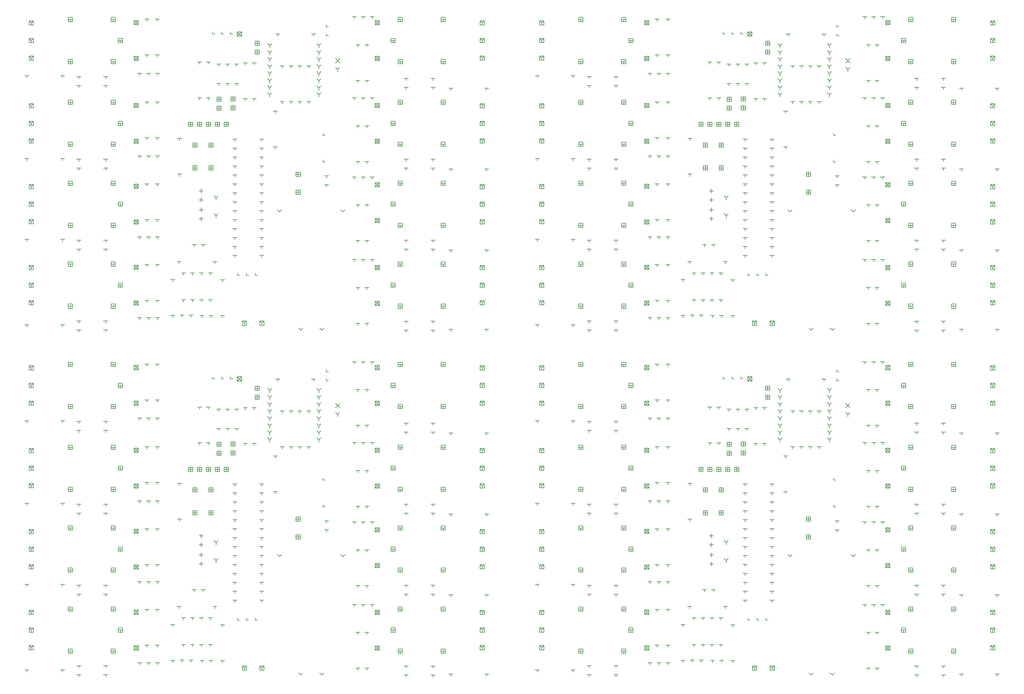
<source format=gbr>
G04 DipTrace 2.4.0.2*
%INThrough.gbr*%
%MOIN*%
G04 Drill Symbols*
G04 D=0.0276 - Cross*
G04 D=0.028 - X*
G04 D=0.0315 - Y*
G04 D=0.032 - T*
G04 D=0.0354 - V*
G04 D=0.0394 - Clock*
G04 D=0.04 - Box_Cross*
G04 D=0.0433 - Box_X*
G04 D=0.047 - Box_Y*
G04 D=0.052 - Box_T*
%ADD10C,0.0079*%
%FSLAX44Y44*%
G04*
G70*
G90*
G75*
G01*
X39803Y78937D2*
D10*
Y78701D1*
X40039D1*
X39803Y77937D2*
Y77701D1*
X40039D1*
X39606Y61024D2*
X40079D1*
X39843D2*
Y60787D1*
X39606Y62024D2*
X40079D1*
X39843D2*
Y61787D1*
X25797Y59586D2*
Y59113D1*
X25561Y59350D2*
X26034D1*
X25797Y60586D2*
Y60113D1*
X25561Y60350D2*
X26034D1*
X36654Y62441D2*
Y61969D1*
X36417Y62205D2*
X36890D1*
X36417Y62441D2*
X36890D1*
Y61969D1*
X36417D1*
Y62441D1*
X36654Y60441D2*
Y59969D1*
X36417Y60205D2*
X36890D1*
X36417Y60441D2*
X36890D1*
Y59969D1*
X36417D1*
Y60441D1*
X25797Y58461D2*
Y57989D1*
X25561Y58225D2*
X26034D1*
X25797Y57461D2*
Y56989D1*
X25561Y57225D2*
X26034D1*
X23425Y46457D2*
X23898D1*
X23661D2*
Y46220D1*
X24425Y46457D2*
X24898D1*
X24661D2*
Y46220D1*
X25787Y54331D2*
X26260D1*
X26024D2*
Y54094D1*
X24787Y54331D2*
X25260D1*
X25024D2*
Y54094D1*
X26669Y46417D2*
X27142D1*
X26906D2*
Y46181D1*
X25669Y46417D2*
X26142D1*
X25906D2*
Y46181D1*
X18307Y75402D2*
X18780Y74929D1*
Y75402D2*
X18307Y74929D1*
Y75402D2*
X18780D1*
Y74929D1*
X18307D1*
Y75402D1*
Y79402D2*
X18780Y78929D1*
Y79402D2*
X18307Y78929D1*
Y79402D2*
X18780D1*
Y78929D1*
X18307D1*
Y79402D1*
Y66150D2*
X18780Y65677D1*
Y66150D2*
X18307Y65677D1*
Y66150D2*
X18780D1*
Y65677D1*
X18307D1*
Y66150D1*
Y70150D2*
X18780Y69677D1*
Y70150D2*
X18307Y69677D1*
Y70150D2*
X18780D1*
Y69677D1*
X18307D1*
Y70150D1*
Y57094D2*
X18780Y56622D1*
Y57094D2*
X18307Y56622D1*
Y57094D2*
X18780D1*
Y56622D1*
X18307D1*
Y57094D1*
Y61094D2*
X18780Y60622D1*
Y61094D2*
X18307Y60622D1*
Y61094D2*
X18780D1*
Y60622D1*
X18307D1*
Y61094D1*
Y48039D2*
X18780Y47567D1*
Y48039D2*
X18307Y47567D1*
Y48039D2*
X18780D1*
Y47567D1*
X18307D1*
Y48039D1*
Y52039D2*
X18780Y51567D1*
Y52039D2*
X18307Y51567D1*
Y52039D2*
X18780D1*
Y51567D1*
X18307D1*
Y52039D1*
X45276Y52008D2*
X45748Y51535D1*
Y52008D2*
X45276Y51535D1*
Y52008D2*
X45748D1*
Y51535D1*
X45276D1*
Y52008D1*
Y48008D2*
X45748Y47535D1*
Y48008D2*
X45276Y47535D1*
Y48008D2*
X45748D1*
Y47535D1*
X45276D1*
Y48008D1*
Y61260D2*
X45748Y60787D1*
Y61260D2*
X45276Y60787D1*
Y61260D2*
X45748D1*
Y60787D1*
X45276D1*
Y61260D1*
Y57260D2*
X45748Y56787D1*
Y57260D2*
X45276Y56787D1*
Y57260D2*
X45748D1*
Y56787D1*
X45276D1*
Y57260D1*
Y70150D2*
X45748Y69677D1*
Y70150D2*
X45276Y69677D1*
Y70150D2*
X45748D1*
Y69677D1*
X45276D1*
Y70150D1*
Y66150D2*
X45748Y65677D1*
Y66150D2*
X45276Y65677D1*
Y66150D2*
X45748D1*
Y65677D1*
X45276D1*
Y66150D1*
Y79402D2*
X45748Y78929D1*
Y79402D2*
X45276Y78929D1*
Y79402D2*
X45748D1*
Y78929D1*
X45276D1*
Y79402D1*
Y75402D2*
X45748Y74929D1*
Y75402D2*
X45276Y74929D1*
Y75402D2*
X45748D1*
Y74929D1*
X45276D1*
Y75402D1*
X40827Y74157D2*
X41063Y73921D1*
X41299Y74157D1*
X41063Y73921D2*
Y73685D1*
X40827Y75157D2*
X41299Y74685D1*
Y75157D2*
X40827Y74685D1*
X26614Y51181D2*
X27087D1*
X26850D2*
Y50945D1*
X25614Y51181D2*
X26087D1*
X25850D2*
Y50945D1*
X25614Y48181D2*
X26087D1*
X25850D2*
Y47945D1*
X26614Y48181D2*
X27087D1*
X26850D2*
Y47945D1*
X24614Y51181D2*
X25087D1*
X24850D2*
Y50945D1*
X23614Y51181D2*
X24087D1*
X23850D2*
Y50945D1*
X24614Y48181D2*
X25087D1*
X24850D2*
Y47945D1*
X23614Y48181D2*
X24087D1*
X23850D2*
Y47945D1*
X29370Y70866D2*
Y70394D1*
X29134Y70630D2*
X29606D1*
X29134Y70866D2*
X29606D1*
Y70394D1*
X29134D1*
Y70866D1*
X29370Y69866D2*
Y69394D1*
X29134Y69630D2*
X29606D1*
X29134Y69866D2*
X29606D1*
Y69394D1*
X29134D1*
Y69866D1*
X29850Y78140D2*
X30322Y77668D1*
Y78140D2*
X29850Y77668D1*
Y78140D2*
X30322D1*
Y77668D1*
X29850D1*
Y78140D1*
X29086D2*
Y77904D1*
X29322D1*
X28086Y78140D2*
Y77904D1*
X28322D1*
X27086Y78140D2*
Y77904D1*
X27322D1*
X32080Y76095D2*
Y75623D1*
X31844Y75859D2*
X32316D1*
X31844Y76095D2*
X32316D1*
Y75623D1*
X31844D1*
Y76095D1*
X32080Y77095D2*
Y76623D1*
X31844Y76859D2*
X32316D1*
X31844Y77095D2*
X32316D1*
Y76623D1*
X31844D1*
Y77095D1*
X27795Y70827D2*
Y70354D1*
X27559Y70591D2*
X28031D1*
X27559Y70827D2*
X28031D1*
Y70354D1*
X27559D1*
Y70827D1*
X27795Y69827D2*
Y69354D1*
X27559Y69591D2*
X28031D1*
X27559Y69827D2*
X28031D1*
Y69354D1*
X27559D1*
Y69827D1*
X28622Y68031D2*
Y67559D1*
X28386Y67795D2*
X28858D1*
X28386Y68031D2*
X28858D1*
Y67559D1*
X28386D1*
Y68031D1*
X27622D2*
Y67559D1*
X27386Y67795D2*
X27858D1*
X27386Y68031D2*
X27858D1*
Y67559D1*
X27386D1*
Y68031D1*
X26622D2*
Y67559D1*
X26386Y67795D2*
X26858D1*
X26386Y68031D2*
X26858D1*
Y67559D1*
X26386D1*
Y68031D1*
X25622D2*
Y67559D1*
X25386Y67795D2*
X25858D1*
X25386Y68031D2*
X25858D1*
Y67559D1*
X25386D1*
Y68031D1*
X24622D2*
Y67559D1*
X24386Y67795D2*
X24858D1*
X24386Y68031D2*
X24858D1*
Y67559D1*
X24386D1*
Y68031D1*
X16545Y77165D2*
X17018D1*
X16781D2*
Y76929D1*
X16545Y77402D2*
X17018D1*
Y76929D1*
X16545D1*
Y77402D1*
X15745Y79515D2*
X16218D1*
X15981D2*
Y79279D1*
X15745Y79752D2*
X16218D1*
Y79279D1*
X15745D1*
Y79752D1*
Y74815D2*
X16218D1*
X15981D2*
Y74579D1*
X15745Y75052D2*
X16218D1*
Y74579D1*
X15745D1*
Y75052D1*
X10945Y74815D2*
X11418D1*
X11181D2*
Y74579D1*
X10945Y75052D2*
X11418D1*
Y74579D1*
X10945D1*
Y75052D1*
Y79515D2*
X11418D1*
X11181D2*
Y79279D1*
X10945Y79752D2*
X11418D1*
Y79279D1*
X10945D1*
Y79752D1*
X16545Y67913D2*
X17018D1*
X16781D2*
Y67677D1*
X16545Y68150D2*
X17018D1*
Y67677D1*
X16545D1*
Y68150D1*
X15745Y70263D2*
X16218D1*
X15981D2*
Y70027D1*
X15745Y70500D2*
X16218D1*
Y70027D1*
X15745D1*
Y70500D1*
Y65563D2*
X16218D1*
X15981D2*
Y65327D1*
X15745Y65800D2*
X16218D1*
Y65327D1*
X15745D1*
Y65800D1*
X10945Y65563D2*
X11418D1*
X11181D2*
Y65327D1*
X10945Y65800D2*
X11418D1*
Y65327D1*
X10945D1*
Y65800D1*
Y70263D2*
X11418D1*
X11181D2*
Y70027D1*
X10945Y70500D2*
X11418D1*
Y70027D1*
X10945D1*
Y70500D1*
X16545Y58858D2*
X17018D1*
X16781D2*
Y58622D1*
X16545Y59094D2*
X17018D1*
Y58622D1*
X16545D1*
Y59094D1*
X15745Y61208D2*
X16218D1*
X15981D2*
Y60972D1*
X15745Y61444D2*
X16218D1*
Y60972D1*
X15745D1*
Y61444D1*
Y56508D2*
X16218D1*
X15981D2*
Y56272D1*
X15745Y56744D2*
X16218D1*
Y56272D1*
X15745D1*
Y56744D1*
X10945Y56508D2*
X11418D1*
X11181D2*
Y56272D1*
X10945Y56744D2*
X11418D1*
Y56272D1*
X10945D1*
Y56744D1*
Y61208D2*
X11418D1*
X11181D2*
Y60972D1*
X10945Y61444D2*
X11418D1*
Y60972D1*
X10945D1*
Y61444D1*
X16545Y49803D2*
X17018D1*
X16781D2*
Y49567D1*
X16545Y50039D2*
X17018D1*
Y49567D1*
X16545D1*
Y50039D1*
X15745Y52153D2*
X16218D1*
X15981D2*
Y51917D1*
X15745Y52389D2*
X16218D1*
Y51917D1*
X15745D1*
Y52389D1*
Y47453D2*
X16218D1*
X15981D2*
Y47217D1*
X15745Y47689D2*
X16218D1*
Y47217D1*
X15745D1*
Y47689D1*
X10945Y47453D2*
X11418D1*
X11181D2*
Y47217D1*
X10945Y47689D2*
X11418D1*
Y47217D1*
X10945D1*
Y47689D1*
Y52153D2*
X11418D1*
X11181D2*
Y51917D1*
X10945Y52389D2*
X11418D1*
Y51917D1*
X10945D1*
Y52389D1*
X47037Y49803D2*
X47510D1*
X47274D2*
Y49567D1*
X47037Y50039D2*
X47510D1*
Y49567D1*
X47037D1*
Y50039D1*
X47837Y47453D2*
X48310D1*
X48074D2*
Y47217D1*
X47837Y47689D2*
X48310D1*
Y47217D1*
X47837D1*
Y47689D1*
Y52153D2*
X48310D1*
X48074D2*
Y51917D1*
X47837Y52389D2*
X48310D1*
Y51917D1*
X47837D1*
Y52389D1*
X52637Y52153D2*
X53110D1*
X52874D2*
Y51917D1*
X52637Y52389D2*
X53110D1*
Y51917D1*
X52637D1*
Y52389D1*
Y47453D2*
X53110D1*
X52874D2*
Y47217D1*
X52637Y47689D2*
X53110D1*
Y47217D1*
X52637D1*
Y47689D1*
X47037Y58858D2*
X47510D1*
X47274D2*
Y58622D1*
X47037Y59094D2*
X47510D1*
Y58622D1*
X47037D1*
Y59094D1*
X47837Y56508D2*
X48310D1*
X48074D2*
Y56272D1*
X47837Y56744D2*
X48310D1*
Y56272D1*
X47837D1*
Y56744D1*
Y61208D2*
X48310D1*
X48074D2*
Y60972D1*
X47837Y61444D2*
X48310D1*
Y60972D1*
X47837D1*
Y61444D1*
X52637Y61208D2*
X53110D1*
X52874D2*
Y60972D1*
X52637Y61444D2*
X53110D1*
Y60972D1*
X52637D1*
Y61444D1*
Y56508D2*
X53110D1*
X52874D2*
Y56272D1*
X52637Y56744D2*
X53110D1*
Y56272D1*
X52637D1*
Y56744D1*
X47037Y67913D2*
X47510D1*
X47274D2*
Y67677D1*
X47037Y68150D2*
X47510D1*
Y67677D1*
X47037D1*
Y68150D1*
X47837Y65563D2*
X48310D1*
X48074D2*
Y65327D1*
X47837Y65800D2*
X48310D1*
Y65327D1*
X47837D1*
Y65800D1*
Y70263D2*
X48310D1*
X48074D2*
Y70027D1*
X47837Y70500D2*
X48310D1*
Y70027D1*
X47837D1*
Y70500D1*
X52637Y70263D2*
X53110D1*
X52874D2*
Y70027D1*
X52637Y70500D2*
X53110D1*
Y70027D1*
X52637D1*
Y70500D1*
Y65563D2*
X53110D1*
X52874D2*
Y65327D1*
X52637Y65800D2*
X53110D1*
Y65327D1*
X52637D1*
Y65800D1*
X47037Y77165D2*
X47510D1*
X47274D2*
Y76929D1*
X47037Y77402D2*
X47510D1*
Y76929D1*
X47037D1*
Y77402D1*
X47837Y74815D2*
X48310D1*
X48074D2*
Y74579D1*
X47837Y75052D2*
X48310D1*
Y74579D1*
X47837D1*
Y75052D1*
Y79515D2*
X48310D1*
X48074D2*
Y79279D1*
X47837Y79752D2*
X48310D1*
Y79279D1*
X47837D1*
Y79752D1*
X52637Y79515D2*
X53110D1*
X52874D2*
Y79279D1*
X52637Y79752D2*
X53110D1*
Y79279D1*
X52637D1*
Y79752D1*
Y74815D2*
X53110D1*
X52874D2*
Y74579D1*
X52637Y75052D2*
X53110D1*
Y74579D1*
X52637D1*
Y75052D1*
X39449Y63819D2*
Y63583D1*
X39685D1*
X39449Y66811D2*
Y66575D1*
X39685D1*
X11886Y73138D2*
X12358D1*
X12122D2*
Y72902D1*
X11886Y72138D2*
X12358D1*
X12122D2*
Y71902D1*
X14886Y72138D2*
X15358D1*
X15122D2*
Y71902D1*
X14886Y73138D2*
X15358D1*
X15122D2*
Y72902D1*
X11886Y63886D2*
X12358D1*
X12122D2*
Y63650D1*
X11886Y62886D2*
X12358D1*
X12122D2*
Y62650D1*
X14886Y62886D2*
X15358D1*
X15122D2*
Y62650D1*
X14886Y63886D2*
X15358D1*
X15122D2*
Y63650D1*
X11886Y54831D2*
X12358D1*
X12122D2*
Y54594D1*
X11886Y53831D2*
X12358D1*
X12122D2*
Y53594D1*
X14886Y53831D2*
X15358D1*
X15122D2*
Y53594D1*
X14886Y54831D2*
X15358D1*
X15122D2*
Y54594D1*
X11886Y45815D2*
X12358D1*
X12122D2*
Y45579D1*
X11886Y44815D2*
X12358D1*
X12122D2*
Y44579D1*
X14886Y44815D2*
X15358D1*
X15122D2*
Y44579D1*
X14886Y45815D2*
X15358D1*
X15122D2*
Y45579D1*
X51500Y44776D2*
X51972D1*
X51736D2*
Y44539D1*
X51500Y45776D2*
X51972D1*
X51736D2*
Y45539D1*
X48500Y45776D2*
X48972D1*
X48736D2*
Y45539D1*
X48500Y44776D2*
X48972D1*
X48736D2*
Y44539D1*
X51500Y53831D2*
X51972D1*
X51736D2*
Y53594D1*
X51500Y54831D2*
X51972D1*
X51736D2*
Y54594D1*
X48500Y54831D2*
X48972D1*
X48736D2*
Y54594D1*
X48500Y53831D2*
X48972D1*
X48736D2*
Y53594D1*
X51500Y62886D2*
X51972D1*
X51736D2*
Y62650D1*
X51500Y63886D2*
X51972D1*
X51736D2*
Y63650D1*
X48500Y63886D2*
X48972D1*
X48736D2*
Y63650D1*
X48500Y62886D2*
X48972D1*
X48736D2*
Y62650D1*
X51500Y71941D2*
X51972D1*
X51736D2*
Y71705D1*
X51500Y72941D2*
X51972D1*
X51736D2*
Y72705D1*
X48500Y72941D2*
X48972D1*
X48736D2*
Y72705D1*
X48500Y71941D2*
X48972D1*
X48736D2*
Y71705D1*
X27225Y57810D2*
X27462Y57574D1*
X27698Y57810D1*
X27462Y57574D2*
Y57338D1*
X27225Y59810D2*
X27462Y59574D1*
X27698Y59810D1*
X27462Y59574D2*
Y59338D1*
X18685Y73516D2*
X19157D1*
X18921D2*
Y73280D1*
X20685Y73516D2*
X21157D1*
X20921D2*
Y73280D1*
X19685Y73516D2*
X20157D1*
X19921D2*
Y73280D1*
X18685Y64264D2*
X19157D1*
X18921D2*
Y64028D1*
X20685Y64264D2*
X21157D1*
X20921D2*
Y64028D1*
X19685Y64264D2*
X20157D1*
X19921D2*
Y64028D1*
X18685Y55209D2*
X19157D1*
X18921D2*
Y54972D1*
X20685Y55209D2*
X21157D1*
X20921D2*
Y54972D1*
X19685Y55209D2*
X20157D1*
X19921D2*
Y54972D1*
X18685Y46154D2*
X19157D1*
X18921D2*
Y45917D1*
X20685Y46154D2*
X21157D1*
X20921D2*
Y45917D1*
X19685Y46154D2*
X20157D1*
X19921D2*
Y45917D1*
X44701Y52665D2*
X45173D1*
X44937D2*
Y52429D1*
X42701Y52665D2*
X43173D1*
X42937D2*
Y52429D1*
X43701Y52665D2*
X44173D1*
X43937D2*
Y52429D1*
X44701Y61917D2*
X45173D1*
X44937D2*
Y61681D1*
X42701Y61917D2*
X43173D1*
X42937D2*
Y61681D1*
X43701Y61917D2*
X44173D1*
X43937D2*
Y61681D1*
X44701Y70776D2*
X45173D1*
X44937D2*
Y70539D1*
X42701Y70776D2*
X43173D1*
X42937D2*
Y70539D1*
X43701Y70776D2*
X44173D1*
X43937D2*
Y70539D1*
X44701Y79831D2*
X45173D1*
X44937D2*
Y79594D1*
X42701Y79831D2*
X43173D1*
X42937D2*
Y79594D1*
X43701Y79831D2*
X44173D1*
X43937D2*
Y79594D1*
X29882Y51142D2*
Y50906D1*
X30118D1*
X31882Y51142D2*
Y50906D1*
X32118D1*
X30882Y51142D2*
Y50906D1*
X31118D1*
X19488Y79559D2*
X19961D1*
X19724D2*
Y79323D1*
X19488Y75559D2*
X19961D1*
X19724D2*
Y75323D1*
X10071Y73228D2*
X10543D1*
X10307D2*
Y72992D1*
X6071Y73228D2*
X6543D1*
X6307D2*
Y72992D1*
X23150Y66220D2*
X23622D1*
X23386D2*
Y65984D1*
X23150Y62220D2*
X23622D1*
X23386D2*
Y61984D1*
X35630Y74327D2*
X36102D1*
X35866D2*
Y74091D1*
X35630Y70327D2*
X36102D1*
X35866D2*
Y70091D1*
X19488Y70307D2*
X19961D1*
X19724D2*
Y70071D1*
X19488Y66307D2*
X19961D1*
X19724D2*
Y66071D1*
X10071Y63976D2*
X10543D1*
X10307D2*
Y63740D1*
X6071Y63976D2*
X6543D1*
X6307D2*
Y63740D1*
X19488Y61134D2*
X19961D1*
X19724D2*
Y60898D1*
X19488Y57134D2*
X19961D1*
X19724D2*
Y56898D1*
X10071Y54921D2*
X10543D1*
X10307D2*
Y54685D1*
X6071Y54921D2*
X6543D1*
X6307D2*
Y54685D1*
X19488Y52118D2*
X19961D1*
X19724D2*
Y51882D1*
X19488Y48118D2*
X19961D1*
X19724D2*
Y47882D1*
X10071Y45366D2*
X10543D1*
X10307D2*
Y45130D1*
X6071Y45366D2*
X6543D1*
X6307D2*
Y45130D1*
X34646Y70327D2*
X35118D1*
X34882D2*
Y70091D1*
X34646Y74327D2*
X35118D1*
X34882D2*
Y74091D1*
X34134Y77890D2*
X34606D1*
X34370D2*
Y77653D1*
X38134Y77890D2*
X38606D1*
X38370D2*
Y77653D1*
X44094Y45539D2*
X44567D1*
X44331D2*
Y45303D1*
X44094Y49539D2*
X44567D1*
X44331D2*
Y49303D1*
X53512Y44882D2*
X53984D1*
X53748D2*
Y44646D1*
X57512Y44882D2*
X57984D1*
X57748D2*
Y44646D1*
X44094Y54791D2*
X44567D1*
X44331D2*
Y54555D1*
X44094Y58791D2*
X44567D1*
X44331D2*
Y58555D1*
X53512Y53740D2*
X53984D1*
X53748D2*
Y53504D1*
X57512Y53740D2*
X57984D1*
X57748D2*
Y53504D1*
X44094Y63650D2*
X44567D1*
X44331D2*
Y63413D1*
X44094Y67650D2*
X44567D1*
X44331D2*
Y67413D1*
X53512Y62795D2*
X53984D1*
X53748D2*
Y62559D1*
X57512Y62795D2*
X57984D1*
X57748D2*
Y62559D1*
X44094Y72705D2*
X44567D1*
X44331D2*
Y72469D1*
X44094Y76705D2*
X44567D1*
X44331D2*
Y76469D1*
X53512Y71850D2*
X53984D1*
X53748D2*
Y71614D1*
X57512Y71850D2*
X57984D1*
X57748D2*
Y71614D1*
X27953Y50394D2*
X28425D1*
X28189D2*
Y50157D1*
X27953Y46394D2*
X28425D1*
X28189D2*
Y46157D1*
X22386Y46421D2*
X22858D1*
X22622D2*
Y46185D1*
X22386Y50421D2*
X22858D1*
X22622D2*
Y50185D1*
X23110Y52441D2*
X23583D1*
X23346D2*
Y52205D1*
X27110Y52441D2*
X27583D1*
X27346D2*
Y52205D1*
X30512Y74677D2*
X30984D1*
X30748D2*
Y74441D1*
X30512Y70677D2*
X30984D1*
X30748D2*
Y70441D1*
X25394Y74756D2*
X25866D1*
X25630D2*
Y74520D1*
X25394Y70756D2*
X25866D1*
X25630D2*
Y70520D1*
X31496Y74677D2*
X31969D1*
X31732D2*
Y74441D1*
X31496Y70677D2*
X31969D1*
X31732D2*
Y70441D1*
X26378Y74756D2*
X26850D1*
X26614D2*
Y74520D1*
X26378Y70756D2*
X26850D1*
X26614D2*
Y70520D1*
X36614Y74327D2*
X37087D1*
X36850D2*
Y74090D1*
X36614Y70327D2*
X37087D1*
X36850D2*
Y70090D1*
X37598Y74327D2*
X38071D1*
X37835D2*
Y74091D1*
X37598Y70327D2*
X38071D1*
X37835D2*
Y70091D1*
X20669Y79559D2*
X21142D1*
X20906D2*
Y79323D1*
X20669Y75559D2*
X21142D1*
X20906D2*
Y75323D1*
X20669Y70307D2*
X21142D1*
X20906D2*
Y70071D1*
X20669Y66307D2*
X21142D1*
X20906D2*
Y66071D1*
X20669Y61134D2*
X21142D1*
X20906D2*
Y60898D1*
X20669Y57134D2*
X21142D1*
X20906D2*
Y56898D1*
X20669Y52118D2*
X21142D1*
X20906D2*
Y51882D1*
X20669Y48118D2*
X21142D1*
X20906D2*
Y47882D1*
X43110Y49539D2*
X43583D1*
X43346D2*
Y49303D1*
X43110Y45539D2*
X43583D1*
X43346D2*
Y45303D1*
X43110Y58791D2*
X43583D1*
X43346D2*
Y58555D1*
X43110Y54791D2*
X43583D1*
X43346D2*
Y54555D1*
X43110Y67650D2*
X43583D1*
X43346D2*
Y67413D1*
X43110Y63650D2*
X43583D1*
X43346D2*
Y63413D1*
X43110Y76705D2*
X43583D1*
X43346D2*
Y76469D1*
X43110Y72705D2*
X43583D1*
X43346D2*
Y72469D1*
X33858Y65276D2*
X34331D1*
X34094D2*
Y65039D1*
X33858Y69276D2*
X34331D1*
X34094D2*
Y69039D1*
X26893Y65713D2*
Y65241D1*
X26657Y65477D2*
X27130D1*
X26657Y65713D2*
X27130D1*
Y65241D1*
X26657D1*
Y65713D1*
X25113D2*
Y65241D1*
X24877Y65477D2*
X25350D1*
X24877Y65713D2*
X25350D1*
Y65241D1*
X24877D1*
Y65713D1*
X26893Y63153D2*
Y62681D1*
X26657Y62917D2*
X27130D1*
X26657Y63153D2*
X27130D1*
Y62681D1*
X26657D1*
Y63153D1*
X25113D2*
Y62681D1*
X24877Y62917D2*
X25350D1*
X24877Y63153D2*
X25350D1*
Y62681D1*
X24877D1*
Y63153D1*
X29528Y74528D2*
X30000D1*
X29764D2*
Y74291D1*
X27528Y74528D2*
X28000D1*
X27764D2*
Y74291D1*
X28528Y74528D2*
X29000D1*
X28764D2*
Y74291D1*
X29528Y72362D2*
X30000D1*
X29764D2*
Y72126D1*
X27528Y72362D2*
X28000D1*
X27764D2*
Y72126D1*
X28528Y72362D2*
X29000D1*
X28764D2*
Y72126D1*
X29331Y66142D2*
X29803D1*
X29567D2*
Y65906D1*
X29331Y65142D2*
X29803D1*
X29567D2*
Y64906D1*
X29331Y64142D2*
X29803D1*
X29567D2*
Y63906D1*
X29331Y63142D2*
X29803D1*
X29567D2*
Y62906D1*
X29331Y62142D2*
X29803D1*
X29567D2*
Y61906D1*
X29331Y61142D2*
X29803D1*
X29567D2*
Y60906D1*
X29331Y60142D2*
X29803D1*
X29567D2*
Y59906D1*
X29331Y59142D2*
X29803D1*
X29567D2*
Y58906D1*
X29331Y58142D2*
X29803D1*
X29567D2*
Y57906D1*
X29331Y57142D2*
X29803D1*
X29567D2*
Y56906D1*
X29331Y56142D2*
X29803D1*
X29567D2*
Y55906D1*
X29331Y55142D2*
X29803D1*
X29567D2*
Y54906D1*
X29331Y54142D2*
X29803D1*
X29567D2*
Y53906D1*
X29331Y53142D2*
X29803D1*
X29567D2*
Y52906D1*
X32331Y53142D2*
X32803D1*
X32567D2*
Y52906D1*
X32331Y54142D2*
X32803D1*
X32567D2*
Y53906D1*
X32331Y55142D2*
X32803D1*
X32567D2*
Y54906D1*
X32331Y56142D2*
X32803D1*
X32567D2*
Y55906D1*
X32331Y57142D2*
X32803D1*
X32567D2*
Y56906D1*
X32331Y58142D2*
X32803D1*
X32567D2*
Y57906D1*
X32331Y59142D2*
X32803D1*
X32567D2*
Y58906D1*
X32331Y60142D2*
X32803D1*
X32567D2*
Y59906D1*
X32331Y61142D2*
X32803D1*
X32567D2*
Y60906D1*
X32331Y62142D2*
X32803D1*
X32567D2*
Y61906D1*
X32331Y63142D2*
X32803D1*
X32567D2*
Y62906D1*
X32331Y64142D2*
X32803D1*
X32567D2*
Y63906D1*
X32331Y65142D2*
X32803D1*
X32567D2*
Y64906D1*
X32331Y66142D2*
X32803D1*
X32567D2*
Y65906D1*
X38740Y71325D2*
X38976Y71089D1*
X39213Y71325D1*
X38976Y71089D2*
Y70853D1*
X38740Y72113D2*
X38976Y71876D1*
X39213Y72113D1*
X38976Y71876D2*
Y71640D1*
X38740Y72900D2*
X38976Y72664D1*
X39213Y72900D1*
X38976Y72664D2*
Y72428D1*
X38740Y73687D2*
X38976Y73451D1*
X39213Y73687D1*
X38976Y73451D2*
Y73215D1*
X38740Y74475D2*
X38976Y74239D1*
X39213Y74475D1*
X38976Y74239D2*
Y74002D1*
X38740Y75262D2*
X38976Y75026D1*
X39213Y75262D1*
X38976Y75026D2*
Y74790D1*
X38740Y76050D2*
X38976Y75813D1*
X39213Y76050D1*
X38976Y75813D2*
Y75577D1*
X38740Y76837D2*
X38976Y76601D1*
X39213Y76837D1*
X38976Y76601D2*
Y76365D1*
X33228Y76837D2*
X33465Y76601D1*
X33701Y76837D1*
X33465Y76601D2*
Y76365D1*
X33228Y76050D2*
X33465Y75813D1*
X33701Y76050D1*
X33465Y75813D2*
Y75577D1*
X33228Y75262D2*
X33465Y75026D1*
X33701Y75262D1*
X33465Y75026D2*
Y74790D1*
X33228Y74475D2*
X33465Y74239D1*
X33701Y74475D1*
X33465Y74239D2*
Y74002D1*
X33228Y73687D2*
X33465Y73451D1*
X33701Y73687D1*
X33465Y73451D2*
Y73215D1*
X33228Y72900D2*
X33465Y72664D1*
X33701Y72900D1*
X33465Y72664D2*
Y72428D1*
X33228Y72113D2*
X33465Y71876D1*
X33701Y72113D1*
X33465Y71876D2*
Y71640D1*
X33228Y71325D2*
X33465Y71089D1*
X33701Y71325D1*
X33465Y71089D2*
Y70853D1*
X36705Y45012D2*
X36941Y44776D1*
X37177Y45012D1*
X39067D2*
X39303Y44776D1*
X39539Y45012D1*
X34343Y58240D2*
X34579Y58004D1*
X34815Y58240D1*
X41429D2*
X41665Y58004D1*
X41902Y58240D1*
X6579Y79370D2*
X6815Y79134D1*
X7051Y79370D1*
X6815Y79134D2*
Y78898D1*
X6579Y79370D2*
X7051D1*
Y78898D1*
X6579D1*
Y79370D1*
Y77402D2*
X6815Y77165D1*
X7051Y77402D1*
X6815Y77165D2*
Y76929D1*
X6579Y77402D2*
X7051D1*
Y76929D1*
X6579D1*
Y77402D1*
Y75433D2*
X6815Y75197D1*
X7051Y75433D1*
X6815Y75197D2*
Y74961D1*
X6579Y75433D2*
X7051D1*
Y74961D1*
X6579D1*
Y75433D1*
Y70118D2*
X6815Y69882D1*
X7051Y70118D1*
X6815Y69882D2*
Y69646D1*
X6579Y70118D2*
X7051D1*
Y69646D1*
X6579D1*
Y70118D1*
Y68150D2*
X6815Y67913D1*
X7051Y68150D1*
X6815Y67913D2*
Y67677D1*
X6579Y68150D2*
X7051D1*
Y67677D1*
X6579D1*
Y68150D1*
Y66181D2*
X6815Y65945D1*
X7051Y66181D1*
X6815Y65945D2*
Y65709D1*
X6579Y66181D2*
X7051D1*
Y65709D1*
X6579D1*
Y66181D1*
Y61063D2*
X6815Y60827D1*
X7051Y61063D1*
X6815Y60827D2*
Y60591D1*
X6579Y61063D2*
X7051D1*
Y60591D1*
X6579D1*
Y61063D1*
Y59094D2*
X6815Y58858D1*
X7051Y59094D1*
X6815Y58858D2*
Y58622D1*
X6579Y59094D2*
X7051D1*
Y58622D1*
X6579D1*
Y59094D1*
Y57126D2*
X6815Y56890D1*
X7051Y57126D1*
X6815Y56890D2*
Y56654D1*
X6579Y57126D2*
X7051D1*
Y56654D1*
X6579D1*
Y57126D1*
Y52008D2*
X6815Y51772D1*
X7051Y52008D1*
X6815Y51772D2*
Y51535D1*
X6579Y52008D2*
X7051D1*
Y51535D1*
X6579D1*
Y52008D1*
Y50039D2*
X6815Y49803D1*
X7051Y50039D1*
X6815Y49803D2*
Y49567D1*
X6579Y50039D2*
X7051D1*
Y49567D1*
X6579D1*
Y50039D1*
Y48071D2*
X6815Y47835D1*
X7051Y48071D1*
X6815Y47835D2*
Y47598D1*
X6579Y48071D2*
X7051D1*
Y47598D1*
X6579D1*
Y48071D1*
X57004D2*
X57240Y47835D1*
X57476Y48071D1*
X57240Y47835D2*
Y47598D1*
X57004Y48071D2*
X57476D1*
Y47598D1*
X57004D1*
Y48071D1*
Y50039D2*
X57240Y49803D1*
X57476Y50039D1*
X57240Y49803D2*
Y49567D1*
X57004Y50039D2*
X57476D1*
Y49567D1*
X57004D1*
Y50039D1*
Y52008D2*
X57240Y51772D1*
X57476Y52008D1*
X57240Y51772D2*
Y51535D1*
X57004Y52008D2*
X57476D1*
Y51535D1*
X57004D1*
Y52008D1*
Y57120D2*
X57240Y56884D1*
X57476Y57120D1*
X57240Y56884D2*
Y56648D1*
X57004Y57120D2*
X57476D1*
Y56648D1*
X57004D1*
Y57120D1*
Y59089D2*
X57240Y58853D1*
X57476Y59089D1*
X57240Y58853D2*
Y58617D1*
X57004Y59089D2*
X57476D1*
Y58617D1*
X57004D1*
Y59089D1*
Y61057D2*
X57240Y60821D1*
X57476Y61057D1*
X57240Y60821D2*
Y60585D1*
X57004Y61057D2*
X57476D1*
Y60585D1*
X57004D1*
Y61057D1*
Y66170D2*
X57240Y65934D1*
X57476Y66170D1*
X57240Y65934D2*
Y65698D1*
X57004Y66170D2*
X57476D1*
Y65698D1*
X57004D1*
Y66170D1*
Y68139D2*
X57240Y67902D1*
X57476Y68139D1*
X57240Y67902D2*
Y67666D1*
X57004Y68139D2*
X57476D1*
Y67666D1*
X57004D1*
Y68139D1*
Y70107D2*
X57240Y69871D1*
X57476Y70107D1*
X57240Y69871D2*
Y69635D1*
X57004Y70107D2*
X57476D1*
Y69635D1*
X57004D1*
Y70107D1*
Y75433D2*
X57240Y75197D1*
X57476Y75433D1*
X57240Y75197D2*
Y74961D1*
X57004Y75433D2*
X57476D1*
Y74961D1*
X57004D1*
Y75433D1*
Y77402D2*
X57240Y77165D1*
X57476Y77402D1*
X57240Y77165D2*
Y76929D1*
X57004Y77402D2*
X57476D1*
Y76929D1*
X57004D1*
Y77402D1*
Y79370D2*
X57240Y79134D1*
X57476Y79370D1*
X57240Y79134D2*
Y78898D1*
X57004Y79370D2*
X57476D1*
Y78898D1*
X57004D1*
Y79370D1*
X30394Y45787D2*
X30630Y45551D1*
X30866Y45787D1*
X30630Y45551D2*
Y45315D1*
X30394Y45787D2*
X30866D1*
Y45315D1*
X30394D1*
Y45787D1*
X32362D2*
X32598Y45551D1*
X32835Y45787D1*
X32598Y45551D2*
Y45315D1*
X32362Y45787D2*
X32835D1*
Y45315D1*
X32362D1*
Y45787D1*
X39803Y40354D2*
Y40118D1*
X40039D1*
X39803Y39354D2*
Y39118D1*
X40039D1*
X39606Y22441D2*
X40079D1*
X39843D2*
Y22205D1*
X39606Y23441D2*
X40079D1*
X39843D2*
Y23205D1*
X25797Y21003D2*
Y20531D1*
X25561Y20767D2*
X26034D1*
X25797Y22003D2*
Y21531D1*
X25561Y21767D2*
X26034D1*
X36654Y23858D2*
Y23386D1*
X36417Y23622D2*
X36890D1*
X36417Y23858D2*
X36890D1*
Y23386D1*
X36417D1*
Y23858D1*
X36654Y21858D2*
Y21386D1*
X36417Y21622D2*
X36890D1*
X36417Y21858D2*
X36890D1*
Y21386D1*
X36417D1*
Y21858D1*
X25797Y19878D2*
Y19406D1*
X25561Y19642D2*
X26034D1*
X25797Y18878D2*
Y18406D1*
X25561Y18642D2*
X26034D1*
X23425Y7874D2*
X23898D1*
X23661D2*
Y7638D1*
X24425Y7874D2*
X24898D1*
X24661D2*
Y7638D1*
X25787Y15748D2*
X26260D1*
X26024D2*
Y15512D1*
X24787Y15748D2*
X25260D1*
X25024D2*
Y15512D1*
X26669Y7835D2*
X27142D1*
X26906D2*
Y7598D1*
X25669Y7835D2*
X26142D1*
X25906D2*
Y7598D1*
X18307Y36819D2*
X18780Y36346D1*
Y36819D2*
X18307Y36346D1*
Y36819D2*
X18780D1*
Y36346D1*
X18307D1*
Y36819D1*
Y40819D2*
X18780Y40346D1*
Y40819D2*
X18307Y40346D1*
Y40819D2*
X18780D1*
Y40346D1*
X18307D1*
Y40819D1*
Y27567D2*
X18780Y27094D1*
Y27567D2*
X18307Y27094D1*
Y27567D2*
X18780D1*
Y27094D1*
X18307D1*
Y27567D1*
Y31567D2*
X18780Y31094D1*
Y31567D2*
X18307Y31094D1*
Y31567D2*
X18780D1*
Y31094D1*
X18307D1*
Y31567D1*
Y18512D2*
X18780Y18039D1*
Y18512D2*
X18307Y18039D1*
Y18512D2*
X18780D1*
Y18039D1*
X18307D1*
Y18512D1*
Y22512D2*
X18780Y22039D1*
Y22512D2*
X18307Y22039D1*
Y22512D2*
X18780D1*
Y22039D1*
X18307D1*
Y22512D1*
Y9457D2*
X18780Y8984D1*
Y9457D2*
X18307Y8984D1*
Y9457D2*
X18780D1*
Y8984D1*
X18307D1*
Y9457D1*
Y13457D2*
X18780Y12984D1*
Y13457D2*
X18307Y12984D1*
Y13457D2*
X18780D1*
Y12984D1*
X18307D1*
Y13457D1*
X45276Y13425D2*
X45748Y12953D1*
Y13425D2*
X45276Y12953D1*
Y13425D2*
X45748D1*
Y12953D1*
X45276D1*
Y13425D1*
Y9425D2*
X45748Y8953D1*
Y9425D2*
X45276Y8953D1*
Y9425D2*
X45748D1*
Y8953D1*
X45276D1*
Y9425D1*
Y22677D2*
X45748Y22205D1*
Y22677D2*
X45276Y22205D1*
Y22677D2*
X45748D1*
Y22205D1*
X45276D1*
Y22677D1*
Y18677D2*
X45748Y18205D1*
Y18677D2*
X45276Y18205D1*
Y18677D2*
X45748D1*
Y18205D1*
X45276D1*
Y18677D1*
Y31567D2*
X45748Y31094D1*
Y31567D2*
X45276Y31094D1*
Y31567D2*
X45748D1*
Y31094D1*
X45276D1*
Y31567D1*
Y27567D2*
X45748Y27094D1*
Y27567D2*
X45276Y27094D1*
Y27567D2*
X45748D1*
Y27094D1*
X45276D1*
Y27567D1*
Y40819D2*
X45748Y40346D1*
Y40819D2*
X45276Y40346D1*
Y40819D2*
X45748D1*
Y40346D1*
X45276D1*
Y40819D1*
Y36819D2*
X45748Y36346D1*
Y36819D2*
X45276Y36346D1*
Y36819D2*
X45748D1*
Y36346D1*
X45276D1*
Y36819D1*
X40827Y35575D2*
X41063Y35339D1*
X41299Y35575D1*
X41063Y35339D2*
Y35102D1*
X40827Y36575D2*
X41299Y36102D1*
Y36575D2*
X40827Y36102D1*
X26614Y12598D2*
X27087D1*
X26850D2*
Y12362D1*
X25614Y12598D2*
X26087D1*
X25850D2*
Y12362D1*
X25614Y9598D2*
X26087D1*
X25850D2*
Y9362D1*
X26614Y9598D2*
X27087D1*
X26850D2*
Y9362D1*
X24614Y12598D2*
X25087D1*
X24850D2*
Y12362D1*
X23614Y12598D2*
X24087D1*
X23850D2*
Y12362D1*
X24614Y9598D2*
X25087D1*
X24850D2*
Y9362D1*
X23614Y9598D2*
X24087D1*
X23850D2*
Y9362D1*
X29370Y32283D2*
Y31811D1*
X29134Y32047D2*
X29606D1*
X29134Y32283D2*
X29606D1*
Y31811D1*
X29134D1*
Y32283D1*
X29370Y31283D2*
Y30811D1*
X29134Y31047D2*
X29606D1*
X29134Y31283D2*
X29606D1*
Y30811D1*
X29134D1*
Y31283D1*
X29850Y39557D2*
X30322Y39085D1*
Y39557D2*
X29850Y39085D1*
Y39557D2*
X30322D1*
Y39085D1*
X29850D1*
Y39557D1*
X29086D2*
Y39321D1*
X29322D1*
X28086Y39557D2*
Y39321D1*
X28322D1*
X27086Y39557D2*
Y39321D1*
X27322D1*
X32080Y37513D2*
Y37040D1*
X31844Y37276D2*
X32316D1*
X31844Y37513D2*
X32316D1*
Y37040D1*
X31844D1*
Y37513D1*
X32080Y38513D2*
Y38040D1*
X31844Y38276D2*
X32316D1*
X31844Y38513D2*
X32316D1*
Y38040D1*
X31844D1*
Y38513D1*
X27795Y32244D2*
Y31772D1*
X27559Y32008D2*
X28031D1*
X27559Y32244D2*
X28031D1*
Y31772D1*
X27559D1*
Y32244D1*
X27795Y31244D2*
Y30772D1*
X27559Y31008D2*
X28031D1*
X27559Y31244D2*
X28031D1*
Y30772D1*
X27559D1*
Y31244D1*
X28622Y29449D2*
Y28976D1*
X28386Y29213D2*
X28858D1*
X28386Y29449D2*
X28858D1*
Y28976D1*
X28386D1*
Y29449D1*
X27622D2*
Y28976D1*
X27386Y29213D2*
X27858D1*
X27386Y29449D2*
X27858D1*
Y28976D1*
X27386D1*
Y29449D1*
X26622D2*
Y28976D1*
X26386Y29213D2*
X26858D1*
X26386Y29449D2*
X26858D1*
Y28976D1*
X26386D1*
Y29449D1*
X25622D2*
Y28976D1*
X25386Y29213D2*
X25858D1*
X25386Y29449D2*
X25858D1*
Y28976D1*
X25386D1*
Y29449D1*
X24622D2*
Y28976D1*
X24386Y29213D2*
X24858D1*
X24386Y29449D2*
X24858D1*
Y28976D1*
X24386D1*
Y29449D1*
X16545Y38583D2*
X17018D1*
X16781D2*
Y38346D1*
X16545Y38819D2*
X17018D1*
Y38346D1*
X16545D1*
Y38819D1*
X15745Y40933D2*
X16218D1*
X15981D2*
Y40696D1*
X15745Y41169D2*
X16218D1*
Y40696D1*
X15745D1*
Y41169D1*
Y36233D2*
X16218D1*
X15981D2*
Y35996D1*
X15745Y36469D2*
X16218D1*
Y35996D1*
X15745D1*
Y36469D1*
X10945Y36233D2*
X11418D1*
X11181D2*
Y35996D1*
X10945Y36469D2*
X11418D1*
Y35996D1*
X10945D1*
Y36469D1*
Y40933D2*
X11418D1*
X11181D2*
Y40696D1*
X10945Y41169D2*
X11418D1*
Y40696D1*
X10945D1*
Y41169D1*
X16545Y29331D2*
X17018D1*
X16781D2*
Y29094D1*
X16545Y29567D2*
X17018D1*
Y29094D1*
X16545D1*
Y29567D1*
X15745Y31681D2*
X16218D1*
X15981D2*
Y31444D1*
X15745Y31917D2*
X16218D1*
Y31444D1*
X15745D1*
Y31917D1*
Y26981D2*
X16218D1*
X15981D2*
Y26744D1*
X15745Y27217D2*
X16218D1*
Y26744D1*
X15745D1*
Y27217D1*
X10945Y26981D2*
X11418D1*
X11181D2*
Y26744D1*
X10945Y27217D2*
X11418D1*
Y26744D1*
X10945D1*
Y27217D1*
Y31681D2*
X11418D1*
X11181D2*
Y31444D1*
X10945Y31917D2*
X11418D1*
Y31444D1*
X10945D1*
Y31917D1*
X16545Y20276D2*
X17018D1*
X16781D2*
Y20039D1*
X16545Y20512D2*
X17018D1*
Y20039D1*
X16545D1*
Y20512D1*
X15745Y22626D2*
X16218D1*
X15981D2*
Y22389D1*
X15745Y22862D2*
X16218D1*
Y22389D1*
X15745D1*
Y22862D1*
Y17926D2*
X16218D1*
X15981D2*
Y17689D1*
X15745Y18162D2*
X16218D1*
Y17689D1*
X15745D1*
Y18162D1*
X10945Y17926D2*
X11418D1*
X11181D2*
Y17689D1*
X10945Y18162D2*
X11418D1*
Y17689D1*
X10945D1*
Y18162D1*
Y22626D2*
X11418D1*
X11181D2*
Y22389D1*
X10945Y22862D2*
X11418D1*
Y22389D1*
X10945D1*
Y22862D1*
X16545Y11220D2*
X17018D1*
X16781D2*
Y10984D1*
X16545Y11457D2*
X17018D1*
Y10984D1*
X16545D1*
Y11457D1*
X15745Y13570D2*
X16218D1*
X15981D2*
Y13334D1*
X15745Y13807D2*
X16218D1*
Y13334D1*
X15745D1*
Y13807D1*
Y8870D2*
X16218D1*
X15981D2*
Y8634D1*
X15745Y9107D2*
X16218D1*
Y8634D1*
X15745D1*
Y9107D1*
X10945Y8870D2*
X11418D1*
X11181D2*
Y8634D1*
X10945Y9107D2*
X11418D1*
Y8634D1*
X10945D1*
Y9107D1*
Y13570D2*
X11418D1*
X11181D2*
Y13334D1*
X10945Y13807D2*
X11418D1*
Y13334D1*
X10945D1*
Y13807D1*
X47037Y11220D2*
X47510D1*
X47274D2*
Y10984D1*
X47037Y11457D2*
X47510D1*
Y10984D1*
X47037D1*
Y11457D1*
X47837Y8870D2*
X48310D1*
X48074D2*
Y8634D1*
X47837Y9107D2*
X48310D1*
Y8634D1*
X47837D1*
Y9107D1*
Y13570D2*
X48310D1*
X48074D2*
Y13334D1*
X47837Y13807D2*
X48310D1*
Y13334D1*
X47837D1*
Y13807D1*
X52637Y13570D2*
X53110D1*
X52874D2*
Y13334D1*
X52637Y13807D2*
X53110D1*
Y13334D1*
X52637D1*
Y13807D1*
Y8870D2*
X53110D1*
X52874D2*
Y8634D1*
X52637Y9107D2*
X53110D1*
Y8634D1*
X52637D1*
Y9107D1*
X47037Y20276D2*
X47510D1*
X47274D2*
Y20039D1*
X47037Y20512D2*
X47510D1*
Y20039D1*
X47037D1*
Y20512D1*
X47837Y17926D2*
X48310D1*
X48074D2*
Y17689D1*
X47837Y18162D2*
X48310D1*
Y17689D1*
X47837D1*
Y18162D1*
Y22626D2*
X48310D1*
X48074D2*
Y22389D1*
X47837Y22862D2*
X48310D1*
Y22389D1*
X47837D1*
Y22862D1*
X52637Y22626D2*
X53110D1*
X52874D2*
Y22389D1*
X52637Y22862D2*
X53110D1*
Y22389D1*
X52637D1*
Y22862D1*
Y17926D2*
X53110D1*
X52874D2*
Y17689D1*
X52637Y18162D2*
X53110D1*
Y17689D1*
X52637D1*
Y18162D1*
X47037Y29331D2*
X47510D1*
X47274D2*
Y29094D1*
X47037Y29567D2*
X47510D1*
Y29094D1*
X47037D1*
Y29567D1*
X47837Y26981D2*
X48310D1*
X48074D2*
Y26744D1*
X47837Y27217D2*
X48310D1*
Y26744D1*
X47837D1*
Y27217D1*
Y31681D2*
X48310D1*
X48074D2*
Y31444D1*
X47837Y31917D2*
X48310D1*
Y31444D1*
X47837D1*
Y31917D1*
X52637Y31681D2*
X53110D1*
X52874D2*
Y31444D1*
X52637Y31917D2*
X53110D1*
Y31444D1*
X52637D1*
Y31917D1*
Y26981D2*
X53110D1*
X52874D2*
Y26744D1*
X52637Y27217D2*
X53110D1*
Y26744D1*
X52637D1*
Y27217D1*
X47037Y38583D2*
X47510D1*
X47274D2*
Y38346D1*
X47037Y38819D2*
X47510D1*
Y38346D1*
X47037D1*
Y38819D1*
X47837Y36233D2*
X48310D1*
X48074D2*
Y35996D1*
X47837Y36469D2*
X48310D1*
Y35996D1*
X47837D1*
Y36469D1*
Y40933D2*
X48310D1*
X48074D2*
Y40696D1*
X47837Y41169D2*
X48310D1*
Y40696D1*
X47837D1*
Y41169D1*
X52637Y40933D2*
X53110D1*
X52874D2*
Y40696D1*
X52637Y41169D2*
X53110D1*
Y40696D1*
X52637D1*
Y41169D1*
Y36233D2*
X53110D1*
X52874D2*
Y35996D1*
X52637Y36469D2*
X53110D1*
Y35996D1*
X52637D1*
Y36469D1*
X39449Y25236D2*
Y25000D1*
X39685D1*
X39449Y28228D2*
Y27992D1*
X39685D1*
X11886Y34555D2*
X12358D1*
X12122D2*
Y34319D1*
X11886Y33555D2*
X12358D1*
X12122D2*
Y33319D1*
X14886Y33555D2*
X15358D1*
X15122D2*
Y33319D1*
X14886Y34555D2*
X15358D1*
X15122D2*
Y34319D1*
X11886Y25303D2*
X12358D1*
X12122D2*
Y25067D1*
X11886Y24303D2*
X12358D1*
X12122D2*
Y24067D1*
X14886Y24303D2*
X15358D1*
X15122D2*
Y24067D1*
X14886Y25303D2*
X15358D1*
X15122D2*
Y25067D1*
X11886Y16248D2*
X12358D1*
X12122D2*
Y16012D1*
X11886Y15248D2*
X12358D1*
X12122D2*
Y15012D1*
X14886Y15248D2*
X15358D1*
X15122D2*
Y15012D1*
X14886Y16248D2*
X15358D1*
X15122D2*
Y16012D1*
X11886Y7232D2*
X12358D1*
X12122D2*
Y6996D1*
X11886Y6232D2*
X12358D1*
X12122D2*
Y5996D1*
X14886Y6232D2*
X15358D1*
X15122D2*
Y5996D1*
X14886Y7232D2*
X15358D1*
X15122D2*
Y6996D1*
X51500Y6193D2*
X51972D1*
X51736D2*
Y5957D1*
X51500Y7193D2*
X51972D1*
X51736D2*
Y6957D1*
X48500Y7193D2*
X48972D1*
X48736D2*
Y6957D1*
X48500Y6193D2*
X48972D1*
X48736D2*
Y5957D1*
X51500Y15248D2*
X51972D1*
X51736D2*
Y15012D1*
X51500Y16248D2*
X51972D1*
X51736D2*
Y16012D1*
X48500Y16248D2*
X48972D1*
X48736D2*
Y16012D1*
X48500Y15248D2*
X48972D1*
X48736D2*
Y15012D1*
X51500Y24303D2*
X51972D1*
X51736D2*
Y24067D1*
X51500Y25303D2*
X51972D1*
X51736D2*
Y25067D1*
X48500Y25303D2*
X48972D1*
X48736D2*
Y25067D1*
X48500Y24303D2*
X48972D1*
X48736D2*
Y24067D1*
X51500Y33358D2*
X51972D1*
X51736D2*
Y33122D1*
X51500Y34358D2*
X51972D1*
X51736D2*
Y34122D1*
X48500Y34358D2*
X48972D1*
X48736D2*
Y34122D1*
X48500Y33358D2*
X48972D1*
X48736D2*
Y33122D1*
X27225Y19228D2*
X27462Y18992D1*
X27698Y19228D1*
X27462Y18992D2*
Y18755D1*
X27225Y21228D2*
X27462Y20992D1*
X27698Y21228D1*
X27462Y20992D2*
Y20755D1*
X18685Y34933D2*
X19157D1*
X18921D2*
Y34697D1*
X20685Y34933D2*
X21157D1*
X20921D2*
Y34697D1*
X19685Y34933D2*
X20157D1*
X19921D2*
Y34697D1*
X18685Y25681D2*
X19157D1*
X18921D2*
Y25445D1*
X20685Y25681D2*
X21157D1*
X20921D2*
Y25445D1*
X19685Y25681D2*
X20157D1*
X19921D2*
Y25445D1*
X18685Y16626D2*
X19157D1*
X18921D2*
Y16390D1*
X20685Y16626D2*
X21157D1*
X20921D2*
Y16390D1*
X19685Y16626D2*
X20157D1*
X19921D2*
Y16390D1*
X18685Y7571D2*
X19157D1*
X18921D2*
Y7335D1*
X20685Y7571D2*
X21157D1*
X20921D2*
Y7335D1*
X19685Y7571D2*
X20157D1*
X19921D2*
Y7335D1*
X44701Y14083D2*
X45173D1*
X44937D2*
Y13846D1*
X42701Y14083D2*
X43173D1*
X42937D2*
Y13846D1*
X43701Y14083D2*
X44173D1*
X43937D2*
Y13846D1*
X44701Y23335D2*
X45173D1*
X44937D2*
Y23098D1*
X42701Y23335D2*
X43173D1*
X42937D2*
Y23098D1*
X43701Y23335D2*
X44173D1*
X43937D2*
Y23098D1*
X44701Y32193D2*
X45173D1*
X44937D2*
Y31957D1*
X42701Y32193D2*
X43173D1*
X42937D2*
Y31957D1*
X43701Y32193D2*
X44173D1*
X43937D2*
Y31957D1*
X44701Y41248D2*
X45173D1*
X44937D2*
Y41012D1*
X42701Y41248D2*
X43173D1*
X42937D2*
Y41012D1*
X43701Y41248D2*
X44173D1*
X43937D2*
Y41012D1*
X29882Y12559D2*
Y12323D1*
X30118D1*
X31882Y12559D2*
Y12323D1*
X32118D1*
X30882Y12559D2*
Y12323D1*
X31118D1*
X19488Y40976D2*
X19961D1*
X19724D2*
Y40740D1*
X19488Y36976D2*
X19961D1*
X19724D2*
Y36740D1*
X10071Y34646D2*
X10543D1*
X10307D2*
Y34409D1*
X6071Y34646D2*
X6543D1*
X6307D2*
Y34409D1*
X23150Y27638D2*
X23622D1*
X23386D2*
Y27402D1*
X23150Y23638D2*
X23622D1*
X23386D2*
Y23402D1*
X35630Y35744D2*
X36102D1*
X35866D2*
Y35508D1*
X35630Y31744D2*
X36102D1*
X35866D2*
Y31508D1*
X19488Y31724D2*
X19961D1*
X19724D2*
Y31488D1*
X19488Y27724D2*
X19961D1*
X19724D2*
Y27488D1*
X10071Y25394D2*
X10543D1*
X10307D2*
Y25157D1*
X6071Y25394D2*
X6543D1*
X6307D2*
Y25157D1*
X19488Y22551D2*
X19961D1*
X19724D2*
Y22315D1*
X19488Y18551D2*
X19961D1*
X19724D2*
Y18315D1*
X10071Y16339D2*
X10543D1*
X10307D2*
Y16102D1*
X6071Y16339D2*
X6543D1*
X6307D2*
Y16102D1*
X19488Y13535D2*
X19961D1*
X19724D2*
Y13299D1*
X19488Y9535D2*
X19961D1*
X19724D2*
Y9299D1*
X10071Y6783D2*
X10543D1*
X10307D2*
Y6547D1*
X6071Y6783D2*
X6543D1*
X6307D2*
Y6547D1*
X34646Y31744D2*
X35118D1*
X34882D2*
Y31508D1*
X34646Y35744D2*
X35118D1*
X34882D2*
Y35508D1*
X34134Y39307D2*
X34606D1*
X34370D2*
Y39071D1*
X38134Y39307D2*
X38606D1*
X38370D2*
Y39071D1*
X44094Y6957D2*
X44567D1*
X44331D2*
Y6720D1*
X44094Y10957D2*
X44567D1*
X44331D2*
Y10720D1*
X53512Y6299D2*
X53984D1*
X53748D2*
Y6063D1*
X57512Y6299D2*
X57984D1*
X57748D2*
Y6063D1*
X44094Y16209D2*
X44567D1*
X44331D2*
Y15972D1*
X44094Y20209D2*
X44567D1*
X44331D2*
Y19972D1*
X53512Y15157D2*
X53984D1*
X53748D2*
Y14921D1*
X57512Y15157D2*
X57984D1*
X57748D2*
Y14921D1*
X44094Y25067D2*
X44567D1*
X44331D2*
Y24831D1*
X44094Y29067D2*
X44567D1*
X44331D2*
Y28831D1*
X53512Y24213D2*
X53984D1*
X53748D2*
Y23976D1*
X57512Y24213D2*
X57984D1*
X57748D2*
Y23976D1*
X44094Y34122D2*
X44567D1*
X44331D2*
Y33886D1*
X44094Y38122D2*
X44567D1*
X44331D2*
Y37886D1*
X53512Y33268D2*
X53984D1*
X53748D2*
Y33031D1*
X57512Y33268D2*
X57984D1*
X57748D2*
Y33031D1*
X27953Y11811D2*
X28425D1*
X28189D2*
Y11575D1*
X27953Y7811D2*
X28425D1*
X28189D2*
Y7575D1*
X22386Y7839D2*
X22858D1*
X22622D2*
Y7602D1*
X22386Y11839D2*
X22858D1*
X22622D2*
Y11602D1*
X23110Y13858D2*
X23583D1*
X23346D2*
Y13622D1*
X27110Y13858D2*
X27583D1*
X27346D2*
Y13622D1*
X30512Y36094D2*
X30984D1*
X30748D2*
Y35858D1*
X30512Y32094D2*
X30984D1*
X30748D2*
Y31858D1*
X25394Y36173D2*
X25866D1*
X25630D2*
Y35937D1*
X25394Y32173D2*
X25866D1*
X25630D2*
Y31937D1*
X31496Y36094D2*
X31969D1*
X31732D2*
Y35858D1*
X31496Y32094D2*
X31969D1*
X31732D2*
Y31858D1*
X26378Y36173D2*
X26850D1*
X26614D2*
Y35937D1*
X26378Y32173D2*
X26850D1*
X26614D2*
Y31937D1*
X36614Y35744D2*
X37087D1*
X36850D2*
Y35508D1*
X36614Y31744D2*
X37087D1*
X36850D2*
Y31508D1*
X37598Y35744D2*
X38071D1*
X37835D2*
Y35508D1*
X37598Y31744D2*
X38071D1*
X37835D2*
Y31508D1*
X20669Y40976D2*
X21142D1*
X20906D2*
Y40740D1*
X20669Y36976D2*
X21142D1*
X20906D2*
Y36740D1*
X20669Y31724D2*
X21142D1*
X20906D2*
Y31488D1*
X20669Y27724D2*
X21142D1*
X20906D2*
Y27488D1*
X20669Y22551D2*
X21142D1*
X20906D2*
Y22315D1*
X20669Y18551D2*
X21142D1*
X20906D2*
Y18315D1*
X20669Y13535D2*
X21142D1*
X20906D2*
Y13299D1*
X20669Y9535D2*
X21142D1*
X20906D2*
Y9299D1*
X43110Y10957D2*
X43583D1*
X43346D2*
Y10720D1*
X43110Y6957D2*
X43583D1*
X43346D2*
Y6720D1*
X43110Y20209D2*
X43583D1*
X43346D2*
Y19972D1*
X43110Y16209D2*
X43583D1*
X43346D2*
Y15972D1*
X43110Y29067D2*
X43583D1*
X43346D2*
Y28831D1*
X43110Y25067D2*
X43583D1*
X43346D2*
Y24831D1*
X43110Y38122D2*
X43583D1*
X43346D2*
Y37886D1*
X43110Y34122D2*
X43583D1*
X43346D2*
Y33886D1*
X33858Y26693D2*
X34331D1*
X34094D2*
Y26457D1*
X33858Y30693D2*
X34331D1*
X34094D2*
Y30457D1*
X26893Y27131D2*
Y26658D1*
X26657Y26894D2*
X27130D1*
X26657Y27131D2*
X27130D1*
Y26658D1*
X26657D1*
Y27131D1*
X25113D2*
Y26658D1*
X24877Y26894D2*
X25350D1*
X24877Y27131D2*
X25350D1*
Y26658D1*
X24877D1*
Y27131D1*
X26893Y24571D2*
Y24098D1*
X26657Y24334D2*
X27130D1*
X26657Y24571D2*
X27130D1*
Y24098D1*
X26657D1*
Y24571D1*
X25113D2*
Y24098D1*
X24877Y24334D2*
X25350D1*
X24877Y24571D2*
X25350D1*
Y24098D1*
X24877D1*
Y24571D1*
X29528Y35945D2*
X30000D1*
X29764D2*
Y35709D1*
X27528Y35945D2*
X28000D1*
X27764D2*
Y35709D1*
X28528Y35945D2*
X29000D1*
X28764D2*
Y35709D1*
X29528Y33780D2*
X30000D1*
X29764D2*
Y33543D1*
X27528Y33780D2*
X28000D1*
X27764D2*
Y33543D1*
X28528Y33780D2*
X29000D1*
X28764D2*
Y33543D1*
X29331Y27559D2*
X29803D1*
X29567D2*
Y27323D1*
X29331Y26559D2*
X29803D1*
X29567D2*
Y26323D1*
X29331Y25559D2*
X29803D1*
X29567D2*
Y25323D1*
X29331Y24559D2*
X29803D1*
X29567D2*
Y24323D1*
X29331Y23559D2*
X29803D1*
X29567D2*
Y23323D1*
X29331Y22559D2*
X29803D1*
X29567D2*
Y22323D1*
X29331Y21559D2*
X29803D1*
X29567D2*
Y21323D1*
X29331Y20559D2*
X29803D1*
X29567D2*
Y20323D1*
X29331Y19559D2*
X29803D1*
X29567D2*
Y19323D1*
X29331Y18559D2*
X29803D1*
X29567D2*
Y18323D1*
X29331Y17559D2*
X29803D1*
X29567D2*
Y17323D1*
X29331Y16559D2*
X29803D1*
X29567D2*
Y16323D1*
X29331Y15559D2*
X29803D1*
X29567D2*
Y15323D1*
X29331Y14559D2*
X29803D1*
X29567D2*
Y14323D1*
X32331Y14559D2*
X32803D1*
X32567D2*
Y14323D1*
X32331Y15559D2*
X32803D1*
X32567D2*
Y15323D1*
X32331Y16559D2*
X32803D1*
X32567D2*
Y16323D1*
X32331Y17559D2*
X32803D1*
X32567D2*
Y17323D1*
X32331Y18559D2*
X32803D1*
X32567D2*
Y18323D1*
X32331Y19559D2*
X32803D1*
X32567D2*
Y19323D1*
X32331Y20559D2*
X32803D1*
X32567D2*
Y20323D1*
X32331Y21559D2*
X32803D1*
X32567D2*
Y21323D1*
X32331Y22559D2*
X32803D1*
X32567D2*
Y22323D1*
X32331Y23559D2*
X32803D1*
X32567D2*
Y23323D1*
X32331Y24559D2*
X32803D1*
X32567D2*
Y24323D1*
X32331Y25559D2*
X32803D1*
X32567D2*
Y25323D1*
X32331Y26559D2*
X32803D1*
X32567D2*
Y26323D1*
X32331Y27559D2*
X32803D1*
X32567D2*
Y27323D1*
X38740Y32743D2*
X38976Y32506D1*
X39213Y32743D1*
X38976Y32506D2*
Y32270D1*
X38740Y33530D2*
X38976Y33294D1*
X39213Y33530D1*
X38976Y33294D2*
Y33057D1*
X38740Y34317D2*
X38976Y34081D1*
X39213Y34317D1*
X38976Y34081D2*
Y33845D1*
X38740Y35105D2*
X38976Y34869D1*
X39213Y35105D1*
X38976Y34869D2*
Y34632D1*
X38740Y35892D2*
X38976Y35656D1*
X39213Y35892D1*
X38976Y35656D2*
Y35420D1*
X38740Y36680D2*
X38976Y36443D1*
X39213Y36680D1*
X38976Y36443D2*
Y36207D1*
X38740Y37467D2*
X38976Y37231D1*
X39213Y37467D1*
X38976Y37231D2*
Y36994D1*
X38740Y38254D2*
X38976Y38018D1*
X39213Y38254D1*
X38976Y38018D2*
Y37782D1*
X33228Y38254D2*
X33465Y38018D1*
X33701Y38254D1*
X33465Y38018D2*
Y37782D1*
X33228Y37467D2*
X33465Y37231D1*
X33701Y37467D1*
X33465Y37231D2*
Y36994D1*
X33228Y36680D2*
X33465Y36443D1*
X33701Y36680D1*
X33465Y36443D2*
Y36207D1*
X33228Y35892D2*
X33465Y35656D1*
X33701Y35892D1*
X33465Y35656D2*
Y35420D1*
X33228Y35105D2*
X33465Y34869D1*
X33701Y35105D1*
X33465Y34869D2*
Y34632D1*
X33228Y34317D2*
X33465Y34081D1*
X33701Y34317D1*
X33465Y34081D2*
Y33845D1*
X33228Y33530D2*
X33465Y33294D1*
X33701Y33530D1*
X33465Y33294D2*
Y33057D1*
X33228Y32743D2*
X33465Y32506D1*
X33701Y32743D1*
X33465Y32506D2*
Y32270D1*
X36705Y6429D2*
X36941Y6193D1*
X37177Y6429D1*
X39067D2*
X39303Y6193D1*
X39539Y6429D1*
X34343Y19657D2*
X34579Y19421D1*
X34815Y19657D1*
X41429D2*
X41665Y19421D1*
X41902Y19657D1*
X6579Y40787D2*
X6815Y40551D1*
X7051Y40787D1*
X6815Y40551D2*
Y40315D1*
X6579Y40787D2*
X7051D1*
Y40315D1*
X6579D1*
Y40787D1*
Y38819D2*
X6815Y38583D1*
X7051Y38819D1*
X6815Y38583D2*
Y38346D1*
X6579Y38819D2*
X7051D1*
Y38346D1*
X6579D1*
Y38819D1*
Y36850D2*
X6815Y36614D1*
X7051Y36850D1*
X6815Y36614D2*
Y36378D1*
X6579Y36850D2*
X7051D1*
Y36378D1*
X6579D1*
Y36850D1*
Y31535D2*
X6815Y31299D1*
X7051Y31535D1*
X6815Y31299D2*
Y31063D1*
X6579Y31535D2*
X7051D1*
Y31063D1*
X6579D1*
Y31535D1*
Y29567D2*
X6815Y29331D1*
X7051Y29567D1*
X6815Y29331D2*
Y29094D1*
X6579Y29567D2*
X7051D1*
Y29094D1*
X6579D1*
Y29567D1*
Y27598D2*
X6815Y27362D1*
X7051Y27598D1*
X6815Y27362D2*
Y27126D1*
X6579Y27598D2*
X7051D1*
Y27126D1*
X6579D1*
Y27598D1*
Y22480D2*
X6815Y22244D1*
X7051Y22480D1*
X6815Y22244D2*
Y22008D1*
X6579Y22480D2*
X7051D1*
Y22008D1*
X6579D1*
Y22480D1*
Y20512D2*
X6815Y20276D1*
X7051Y20512D1*
X6815Y20276D2*
Y20039D1*
X6579Y20512D2*
X7051D1*
Y20039D1*
X6579D1*
Y20512D1*
Y18543D2*
X6815Y18307D1*
X7051Y18543D1*
X6815Y18307D2*
Y18071D1*
X6579Y18543D2*
X7051D1*
Y18071D1*
X6579D1*
Y18543D1*
Y13425D2*
X6815Y13189D1*
X7051Y13425D1*
X6815Y13189D2*
Y12953D1*
X6579Y13425D2*
X7051D1*
Y12953D1*
X6579D1*
Y13425D1*
Y11457D2*
X6815Y11220D1*
X7051Y11457D1*
X6815Y11220D2*
Y10984D1*
X6579Y11457D2*
X7051D1*
Y10984D1*
X6579D1*
Y11457D1*
Y9488D2*
X6815Y9252D1*
X7051Y9488D1*
X6815Y9252D2*
Y9016D1*
X6579Y9488D2*
X7051D1*
Y9016D1*
X6579D1*
Y9488D1*
X57004D2*
X57240Y9252D1*
X57476Y9488D1*
X57240Y9252D2*
Y9016D1*
X57004Y9488D2*
X57476D1*
Y9016D1*
X57004D1*
Y9488D1*
Y11457D2*
X57240Y11220D1*
X57476Y11457D1*
X57240Y11220D2*
Y10984D1*
X57004Y11457D2*
X57476D1*
Y10984D1*
X57004D1*
Y11457D1*
Y13425D2*
X57240Y13189D1*
X57476Y13425D1*
X57240Y13189D2*
Y12953D1*
X57004Y13425D2*
X57476D1*
Y12953D1*
X57004D1*
Y13425D1*
Y18538D2*
X57240Y18302D1*
X57476Y18538D1*
X57240Y18302D2*
Y18065D1*
X57004Y18538D2*
X57476D1*
Y18065D1*
X57004D1*
Y18538D1*
Y20506D2*
X57240Y20270D1*
X57476Y20506D1*
X57240Y20270D2*
Y20034D1*
X57004Y20506D2*
X57476D1*
Y20034D1*
X57004D1*
Y20506D1*
Y22475D2*
X57240Y22239D1*
X57476Y22475D1*
X57240Y22239D2*
Y22002D1*
X57004Y22475D2*
X57476D1*
Y22002D1*
X57004D1*
Y22475D1*
Y27587D2*
X57240Y27351D1*
X57476Y27587D1*
X57240Y27351D2*
Y27115D1*
X57004Y27587D2*
X57476D1*
Y27115D1*
X57004D1*
Y27587D1*
Y29556D2*
X57240Y29320D1*
X57476Y29556D1*
X57240Y29320D2*
Y29083D1*
X57004Y29556D2*
X57476D1*
Y29083D1*
X57004D1*
Y29556D1*
Y31524D2*
X57240Y31288D1*
X57476Y31524D1*
X57240Y31288D2*
Y31052D1*
X57004Y31524D2*
X57476D1*
Y31052D1*
X57004D1*
Y31524D1*
Y36850D2*
X57240Y36614D1*
X57476Y36850D1*
X57240Y36614D2*
Y36378D1*
X57004Y36850D2*
X57476D1*
Y36378D1*
X57004D1*
Y36850D1*
Y38819D2*
X57240Y38583D1*
X57476Y38819D1*
X57240Y38583D2*
Y38346D1*
X57004Y38819D2*
X57476D1*
Y38346D1*
X57004D1*
Y38819D1*
Y40787D2*
X57240Y40551D1*
X57476Y40787D1*
X57240Y40551D2*
Y40315D1*
X57004Y40787D2*
X57476D1*
Y40315D1*
X57004D1*
Y40787D1*
X30394Y7205D2*
X30630Y6969D1*
X30866Y7205D1*
X30630Y6969D2*
Y6732D1*
X30394Y7205D2*
X30866D1*
Y6732D1*
X30394D1*
Y7205D1*
X32362D2*
X32598Y6969D1*
X32835Y7205D1*
X32598Y6969D2*
Y6732D1*
X32362Y7205D2*
X32835D1*
Y6732D1*
X32362D1*
Y7205D1*
X96890Y78937D2*
Y78701D1*
X97126D1*
X96890Y77937D2*
Y77701D1*
X97126D1*
X96693Y61024D2*
X97165D1*
X96929D2*
Y60787D1*
X96693Y62024D2*
X97165D1*
X96929D2*
Y61787D1*
X82884Y59586D2*
Y59113D1*
X82648Y59350D2*
X83120D1*
X82884Y60586D2*
Y60113D1*
X82648Y60350D2*
X83120D1*
X93740Y62441D2*
Y61969D1*
X93504Y62205D2*
X93976D1*
X93504Y62441D2*
X93976D1*
Y61969D1*
X93504D1*
Y62441D1*
X93740Y60441D2*
Y59969D1*
X93504Y60205D2*
X93976D1*
X93504Y60441D2*
X93976D1*
Y59969D1*
X93504D1*
Y60441D1*
X82884Y58461D2*
Y57989D1*
X82648Y58225D2*
X83120D1*
X82884Y57461D2*
Y56989D1*
X82648Y57225D2*
X83120D1*
X80512Y46457D2*
X80984D1*
X80748D2*
Y46220D1*
X81512Y46457D2*
X81984D1*
X81748D2*
Y46220D1*
X82874Y54331D2*
X83346D1*
X83110D2*
Y54094D1*
X81874Y54331D2*
X82346D1*
X82110D2*
Y54094D1*
X83756Y46417D2*
X84228D1*
X83992D2*
Y46181D1*
X82756Y46417D2*
X83228D1*
X82992D2*
Y46181D1*
X75394Y75402D2*
X75866Y74929D1*
Y75402D2*
X75394Y74929D1*
Y75402D2*
X75866D1*
Y74929D1*
X75394D1*
Y75402D1*
Y79402D2*
X75866Y78929D1*
Y79402D2*
X75394Y78929D1*
Y79402D2*
X75866D1*
Y78929D1*
X75394D1*
Y79402D1*
Y66150D2*
X75866Y65677D1*
Y66150D2*
X75394Y65677D1*
Y66150D2*
X75866D1*
Y65677D1*
X75394D1*
Y66150D1*
Y70150D2*
X75866Y69677D1*
Y70150D2*
X75394Y69677D1*
Y70150D2*
X75866D1*
Y69677D1*
X75394D1*
Y70150D1*
Y57094D2*
X75866Y56622D1*
Y57094D2*
X75394Y56622D1*
Y57094D2*
X75866D1*
Y56622D1*
X75394D1*
Y57094D1*
Y61094D2*
X75866Y60622D1*
Y61094D2*
X75394Y60622D1*
Y61094D2*
X75866D1*
Y60622D1*
X75394D1*
Y61094D1*
Y48039D2*
X75866Y47567D1*
Y48039D2*
X75394Y47567D1*
Y48039D2*
X75866D1*
Y47567D1*
X75394D1*
Y48039D1*
Y52039D2*
X75866Y51567D1*
Y52039D2*
X75394Y51567D1*
Y52039D2*
X75866D1*
Y51567D1*
X75394D1*
Y52039D1*
X102362Y52008D2*
X102835Y51535D1*
Y52008D2*
X102362Y51535D1*
Y52008D2*
X102835D1*
Y51535D1*
X102362D1*
Y52008D1*
Y48008D2*
X102835Y47535D1*
Y48008D2*
X102362Y47535D1*
Y48008D2*
X102835D1*
Y47535D1*
X102362D1*
Y48008D1*
Y61260D2*
X102835Y60787D1*
Y61260D2*
X102362Y60787D1*
Y61260D2*
X102835D1*
Y60787D1*
X102362D1*
Y61260D1*
Y57260D2*
X102835Y56787D1*
Y57260D2*
X102362Y56787D1*
Y57260D2*
X102835D1*
Y56787D1*
X102362D1*
Y57260D1*
Y70150D2*
X102835Y69677D1*
Y70150D2*
X102362Y69677D1*
Y70150D2*
X102835D1*
Y69677D1*
X102362D1*
Y70150D1*
Y66150D2*
X102835Y65677D1*
Y66150D2*
X102362Y65677D1*
Y66150D2*
X102835D1*
Y65677D1*
X102362D1*
Y66150D1*
Y79402D2*
X102835Y78929D1*
Y79402D2*
X102362Y78929D1*
Y79402D2*
X102835D1*
Y78929D1*
X102362D1*
Y79402D1*
Y75402D2*
X102835Y74929D1*
Y75402D2*
X102362Y74929D1*
Y75402D2*
X102835D1*
Y74929D1*
X102362D1*
Y75402D1*
X97913Y74157D2*
X98150Y73921D1*
X98386Y74157D1*
X98150Y73921D2*
Y73685D1*
X97913Y75157D2*
X98386Y74685D1*
Y75157D2*
X97913Y74685D1*
X83701Y51181D2*
X84173D1*
X83937D2*
Y50945D1*
X82701Y51181D2*
X83173D1*
X82937D2*
Y50945D1*
X82701Y48181D2*
X83173D1*
X82937D2*
Y47945D1*
X83701Y48181D2*
X84173D1*
X83937D2*
Y47945D1*
X81701Y51181D2*
X82173D1*
X81937D2*
Y50945D1*
X80701Y51181D2*
X81173D1*
X80937D2*
Y50945D1*
X81701Y48181D2*
X82173D1*
X81937D2*
Y47945D1*
X80701Y48181D2*
X81173D1*
X80937D2*
Y47945D1*
X86457Y70866D2*
Y70394D1*
X86220Y70630D2*
X86693D1*
X86220Y70866D2*
X86693D1*
Y70394D1*
X86220D1*
Y70866D1*
X86457Y69866D2*
Y69394D1*
X86220Y69630D2*
X86693D1*
X86220Y69866D2*
X86693D1*
Y69394D1*
X86220D1*
Y69866D1*
X86937Y78140D2*
X87409Y77668D1*
Y78140D2*
X86937Y77668D1*
Y78140D2*
X87409D1*
Y77668D1*
X86937D1*
Y78140D1*
X86173D2*
Y77904D1*
X86409D1*
X85173Y78140D2*
Y77904D1*
X85409D1*
X84173Y78140D2*
Y77904D1*
X84409D1*
X89167Y76095D2*
Y75623D1*
X88930Y75859D2*
X89403D1*
X88930Y76095D2*
X89403D1*
Y75623D1*
X88930D1*
Y76095D1*
X89167Y77095D2*
Y76623D1*
X88930Y76859D2*
X89403D1*
X88930Y77095D2*
X89403D1*
Y76623D1*
X88930D1*
Y77095D1*
X84882Y70827D2*
Y70354D1*
X84646Y70591D2*
X85118D1*
X84646Y70827D2*
X85118D1*
Y70354D1*
X84646D1*
Y70827D1*
X84882Y69827D2*
Y69354D1*
X84646Y69591D2*
X85118D1*
X84646Y69827D2*
X85118D1*
Y69354D1*
X84646D1*
Y69827D1*
X85709Y68031D2*
Y67559D1*
X85472Y67795D2*
X85945D1*
X85472Y68031D2*
X85945D1*
Y67559D1*
X85472D1*
Y68031D1*
X84709D2*
Y67559D1*
X84472Y67795D2*
X84945D1*
X84472Y68031D2*
X84945D1*
Y67559D1*
X84472D1*
Y68031D1*
X83709D2*
Y67559D1*
X83472Y67795D2*
X83945D1*
X83472Y68031D2*
X83945D1*
Y67559D1*
X83472D1*
Y68031D1*
X82709D2*
Y67559D1*
X82472Y67795D2*
X82945D1*
X82472Y68031D2*
X82945D1*
Y67559D1*
X82472D1*
Y68031D1*
X81709D2*
Y67559D1*
X81472Y67795D2*
X81945D1*
X81472Y68031D2*
X81945D1*
Y67559D1*
X81472D1*
Y68031D1*
X73632Y77165D2*
X74104D1*
X73868D2*
Y76929D1*
X73632Y77402D2*
X74104D1*
Y76929D1*
X73632D1*
Y77402D1*
X72832Y79515D2*
X73304D1*
X73068D2*
Y79279D1*
X72832Y79752D2*
X73304D1*
Y79279D1*
X72832D1*
Y79752D1*
Y74815D2*
X73304D1*
X73068D2*
Y74579D1*
X72832Y75052D2*
X73304D1*
Y74579D1*
X72832D1*
Y75052D1*
X68032Y74815D2*
X68504D1*
X68268D2*
Y74579D1*
X68032Y75052D2*
X68504D1*
Y74579D1*
X68032D1*
Y75052D1*
Y79515D2*
X68504D1*
X68268D2*
Y79279D1*
X68032Y79752D2*
X68504D1*
Y79279D1*
X68032D1*
Y79752D1*
X73632Y67913D2*
X74104D1*
X73868D2*
Y67677D1*
X73632Y68150D2*
X74104D1*
Y67677D1*
X73632D1*
Y68150D1*
X72832Y70263D2*
X73304D1*
X73068D2*
Y70027D1*
X72832Y70500D2*
X73304D1*
Y70027D1*
X72832D1*
Y70500D1*
Y65563D2*
X73304D1*
X73068D2*
Y65327D1*
X72832Y65800D2*
X73304D1*
Y65327D1*
X72832D1*
Y65800D1*
X68032Y65563D2*
X68504D1*
X68268D2*
Y65327D1*
X68032Y65800D2*
X68504D1*
Y65327D1*
X68032D1*
Y65800D1*
Y70263D2*
X68504D1*
X68268D2*
Y70027D1*
X68032Y70500D2*
X68504D1*
Y70027D1*
X68032D1*
Y70500D1*
X73632Y58858D2*
X74104D1*
X73868D2*
Y58622D1*
X73632Y59094D2*
X74104D1*
Y58622D1*
X73632D1*
Y59094D1*
X72832Y61208D2*
X73304D1*
X73068D2*
Y60972D1*
X72832Y61444D2*
X73304D1*
Y60972D1*
X72832D1*
Y61444D1*
Y56508D2*
X73304D1*
X73068D2*
Y56272D1*
X72832Y56744D2*
X73304D1*
Y56272D1*
X72832D1*
Y56744D1*
X68032Y56508D2*
X68504D1*
X68268D2*
Y56272D1*
X68032Y56744D2*
X68504D1*
Y56272D1*
X68032D1*
Y56744D1*
Y61208D2*
X68504D1*
X68268D2*
Y60972D1*
X68032Y61444D2*
X68504D1*
Y60972D1*
X68032D1*
Y61444D1*
X73632Y49803D2*
X74104D1*
X73868D2*
Y49567D1*
X73632Y50039D2*
X74104D1*
Y49567D1*
X73632D1*
Y50039D1*
X72832Y52153D2*
X73304D1*
X73068D2*
Y51917D1*
X72832Y52389D2*
X73304D1*
Y51917D1*
X72832D1*
Y52389D1*
Y47453D2*
X73304D1*
X73068D2*
Y47217D1*
X72832Y47689D2*
X73304D1*
Y47217D1*
X72832D1*
Y47689D1*
X68032Y47453D2*
X68504D1*
X68268D2*
Y47217D1*
X68032Y47689D2*
X68504D1*
Y47217D1*
X68032D1*
Y47689D1*
Y52153D2*
X68504D1*
X68268D2*
Y51917D1*
X68032Y52389D2*
X68504D1*
Y51917D1*
X68032D1*
Y52389D1*
X104124Y49803D2*
X104596D1*
X104360D2*
Y49567D1*
X104124Y50039D2*
X104596D1*
Y49567D1*
X104124D1*
Y50039D1*
X104924Y47453D2*
X105396D1*
X105160D2*
Y47217D1*
X104924Y47689D2*
X105396D1*
Y47217D1*
X104924D1*
Y47689D1*
Y52153D2*
X105396D1*
X105160D2*
Y51917D1*
X104924Y52389D2*
X105396D1*
Y51917D1*
X104924D1*
Y52389D1*
X109724Y52153D2*
X110196D1*
X109960D2*
Y51917D1*
X109724Y52389D2*
X110196D1*
Y51917D1*
X109724D1*
Y52389D1*
Y47453D2*
X110196D1*
X109960D2*
Y47217D1*
X109724Y47689D2*
X110196D1*
Y47217D1*
X109724D1*
Y47689D1*
X104124Y58858D2*
X104596D1*
X104360D2*
Y58622D1*
X104124Y59094D2*
X104596D1*
Y58622D1*
X104124D1*
Y59094D1*
X104924Y56508D2*
X105396D1*
X105160D2*
Y56272D1*
X104924Y56744D2*
X105396D1*
Y56272D1*
X104924D1*
Y56744D1*
Y61208D2*
X105396D1*
X105160D2*
Y60972D1*
X104924Y61444D2*
X105396D1*
Y60972D1*
X104924D1*
Y61444D1*
X109724Y61208D2*
X110196D1*
X109960D2*
Y60972D1*
X109724Y61444D2*
X110196D1*
Y60972D1*
X109724D1*
Y61444D1*
Y56508D2*
X110196D1*
X109960D2*
Y56272D1*
X109724Y56744D2*
X110196D1*
Y56272D1*
X109724D1*
Y56744D1*
X104124Y67913D2*
X104596D1*
X104360D2*
Y67677D1*
X104124Y68150D2*
X104596D1*
Y67677D1*
X104124D1*
Y68150D1*
X104924Y65563D2*
X105396D1*
X105160D2*
Y65327D1*
X104924Y65800D2*
X105396D1*
Y65327D1*
X104924D1*
Y65800D1*
Y70263D2*
X105396D1*
X105160D2*
Y70027D1*
X104924Y70500D2*
X105396D1*
Y70027D1*
X104924D1*
Y70500D1*
X109724Y70263D2*
X110196D1*
X109960D2*
Y70027D1*
X109724Y70500D2*
X110196D1*
Y70027D1*
X109724D1*
Y70500D1*
Y65563D2*
X110196D1*
X109960D2*
Y65327D1*
X109724Y65800D2*
X110196D1*
Y65327D1*
X109724D1*
Y65800D1*
X104124Y77165D2*
X104596D1*
X104360D2*
Y76929D1*
X104124Y77402D2*
X104596D1*
Y76929D1*
X104124D1*
Y77402D1*
X104924Y74815D2*
X105396D1*
X105160D2*
Y74579D1*
X104924Y75052D2*
X105396D1*
Y74579D1*
X104924D1*
Y75052D1*
Y79515D2*
X105396D1*
X105160D2*
Y79279D1*
X104924Y79752D2*
X105396D1*
Y79279D1*
X104924D1*
Y79752D1*
X109724Y79515D2*
X110196D1*
X109960D2*
Y79279D1*
X109724Y79752D2*
X110196D1*
Y79279D1*
X109724D1*
Y79752D1*
Y74815D2*
X110196D1*
X109960D2*
Y74579D1*
X109724Y75052D2*
X110196D1*
Y74579D1*
X109724D1*
Y75052D1*
X96535Y63819D2*
Y63583D1*
X96772D1*
X96535Y66811D2*
Y66575D1*
X96772D1*
X68972Y73138D2*
X69445D1*
X69209D2*
Y72902D1*
X68972Y72138D2*
X69445D1*
X69209D2*
Y71902D1*
X71972Y72138D2*
X72445D1*
X72209D2*
Y71902D1*
X71972Y73138D2*
X72445D1*
X72209D2*
Y72902D1*
X68972Y63886D2*
X69445D1*
X69209D2*
Y63650D1*
X68972Y62886D2*
X69445D1*
X69209D2*
Y62650D1*
X71972Y62886D2*
X72445D1*
X72209D2*
Y62650D1*
X71972Y63886D2*
X72445D1*
X72209D2*
Y63650D1*
X68972Y54831D2*
X69445D1*
X69209D2*
Y54594D1*
X68972Y53831D2*
X69445D1*
X69209D2*
Y53594D1*
X71972Y53831D2*
X72445D1*
X72209D2*
Y53594D1*
X71972Y54831D2*
X72445D1*
X72209D2*
Y54594D1*
X68972Y45815D2*
X69445D1*
X69209D2*
Y45579D1*
X68972Y44815D2*
X69445D1*
X69209D2*
Y44579D1*
X71972Y44815D2*
X72445D1*
X72209D2*
Y44579D1*
X71972Y45815D2*
X72445D1*
X72209D2*
Y45579D1*
X108587Y44776D2*
X109059D1*
X108823D2*
Y44539D1*
X108587Y45776D2*
X109059D1*
X108823D2*
Y45539D1*
X105587Y45776D2*
X106059D1*
X105823D2*
Y45539D1*
X105587Y44776D2*
X106059D1*
X105823D2*
Y44539D1*
X108587Y53831D2*
X109059D1*
X108823D2*
Y53594D1*
X108587Y54831D2*
X109059D1*
X108823D2*
Y54594D1*
X105587Y54831D2*
X106059D1*
X105823D2*
Y54594D1*
X105587Y53831D2*
X106059D1*
X105823D2*
Y53594D1*
X108587Y62886D2*
X109059D1*
X108823D2*
Y62650D1*
X108587Y63886D2*
X109059D1*
X108823D2*
Y63650D1*
X105587Y63886D2*
X106059D1*
X105823D2*
Y63650D1*
X105587Y62886D2*
X106059D1*
X105823D2*
Y62650D1*
X108587Y71941D2*
X109059D1*
X108823D2*
Y71705D1*
X108587Y72941D2*
X109059D1*
X108823D2*
Y72705D1*
X105587Y72941D2*
X106059D1*
X105823D2*
Y72705D1*
X105587Y71941D2*
X106059D1*
X105823D2*
Y71705D1*
X84312Y57810D2*
X84548Y57574D1*
X84784Y57810D1*
X84548Y57574D2*
Y57338D1*
X84312Y59810D2*
X84548Y59574D1*
X84784Y59810D1*
X84548Y59574D2*
Y59338D1*
X75772Y73516D2*
X76244D1*
X76008D2*
Y73280D1*
X77772Y73516D2*
X78244D1*
X78008D2*
Y73280D1*
X76772Y73516D2*
X77244D1*
X77008D2*
Y73280D1*
X75772Y64264D2*
X76244D1*
X76008D2*
Y64028D1*
X77772Y64264D2*
X78244D1*
X78008D2*
Y64028D1*
X76772Y64264D2*
X77244D1*
X77008D2*
Y64028D1*
X75772Y55209D2*
X76244D1*
X76008D2*
Y54972D1*
X77772Y55209D2*
X78244D1*
X78008D2*
Y54972D1*
X76772Y55209D2*
X77244D1*
X77008D2*
Y54972D1*
X75772Y46154D2*
X76244D1*
X76008D2*
Y45917D1*
X77772Y46154D2*
X78244D1*
X78008D2*
Y45917D1*
X76772Y46154D2*
X77244D1*
X77008D2*
Y45917D1*
X101787Y52665D2*
X102260D1*
X102024D2*
Y52429D1*
X99787Y52665D2*
X100260D1*
X100024D2*
Y52429D1*
X100787Y52665D2*
X101260D1*
X101024D2*
Y52429D1*
X101787Y61917D2*
X102260D1*
X102024D2*
Y61681D1*
X99787Y61917D2*
X100260D1*
X100024D2*
Y61681D1*
X100787Y61917D2*
X101260D1*
X101024D2*
Y61681D1*
X101787Y70776D2*
X102260D1*
X102024D2*
Y70539D1*
X99787Y70776D2*
X100260D1*
X100024D2*
Y70539D1*
X100787Y70776D2*
X101260D1*
X101024D2*
Y70539D1*
X101787Y79831D2*
X102260D1*
X102024D2*
Y79594D1*
X99787Y79831D2*
X100260D1*
X100024D2*
Y79594D1*
X100787Y79831D2*
X101260D1*
X101024D2*
Y79594D1*
X86969Y51142D2*
Y50906D1*
X87205D1*
X88969Y51142D2*
Y50906D1*
X89205D1*
X87969Y51142D2*
Y50906D1*
X88205D1*
X76575Y79559D2*
X77047D1*
X76811D2*
Y79323D1*
X76575Y75559D2*
X77047D1*
X76811D2*
Y75323D1*
X67157Y73228D2*
X67630D1*
X67394D2*
Y72992D1*
X63157Y73228D2*
X63630D1*
X63394D2*
Y72992D1*
X80236Y66220D2*
X80709D1*
X80472D2*
Y65984D1*
X80236Y62220D2*
X80709D1*
X80472D2*
Y61984D1*
X92717Y74327D2*
X93189D1*
X92953D2*
Y74091D1*
X92717Y70327D2*
X93189D1*
X92953D2*
Y70091D1*
X76575Y70307D2*
X77047D1*
X76811D2*
Y70071D1*
X76575Y66307D2*
X77047D1*
X76811D2*
Y66071D1*
X67157Y63976D2*
X67630D1*
X67394D2*
Y63740D1*
X63157Y63976D2*
X63630D1*
X63394D2*
Y63740D1*
X76575Y61134D2*
X77047D1*
X76811D2*
Y60898D1*
X76575Y57134D2*
X77047D1*
X76811D2*
Y56898D1*
X67157Y54921D2*
X67630D1*
X67394D2*
Y54685D1*
X63157Y54921D2*
X63630D1*
X63394D2*
Y54685D1*
X76575Y52118D2*
X77047D1*
X76811D2*
Y51882D1*
X76575Y48118D2*
X77047D1*
X76811D2*
Y47882D1*
X67157Y45366D2*
X67630D1*
X67394D2*
Y45130D1*
X63157Y45366D2*
X63630D1*
X63394D2*
Y45130D1*
X91732Y70327D2*
X92205D1*
X91969D2*
Y70091D1*
X91732Y74327D2*
X92205D1*
X91969D2*
Y74091D1*
X91220Y77890D2*
X91693D1*
X91457D2*
Y77653D1*
X95220Y77890D2*
X95693D1*
X95457D2*
Y77653D1*
X101181Y45539D2*
X101654D1*
X101417D2*
Y45303D1*
X101181Y49539D2*
X101654D1*
X101417D2*
Y49303D1*
X110598Y44882D2*
X111071D1*
X110835D2*
Y44646D1*
X114598Y44882D2*
X115071D1*
X114835D2*
Y44646D1*
X101181Y54791D2*
X101654D1*
X101417D2*
Y54555D1*
X101181Y58791D2*
X101654D1*
X101417D2*
Y58555D1*
X110598Y53740D2*
X111071D1*
X110835D2*
Y53504D1*
X114598Y53740D2*
X115071D1*
X114835D2*
Y53504D1*
X101181Y63650D2*
X101654D1*
X101417D2*
Y63413D1*
X101181Y67650D2*
X101654D1*
X101417D2*
Y67413D1*
X110598Y62795D2*
X111071D1*
X110835D2*
Y62559D1*
X114598Y62795D2*
X115071D1*
X114835D2*
Y62559D1*
X101181Y72705D2*
X101654D1*
X101417D2*
Y72469D1*
X101181Y76705D2*
X101654D1*
X101417D2*
Y76469D1*
X110598Y71850D2*
X111071D1*
X110835D2*
Y71614D1*
X114598Y71850D2*
X115071D1*
X114835D2*
Y71614D1*
X85039Y50394D2*
X85512D1*
X85276D2*
Y50157D1*
X85039Y46394D2*
X85512D1*
X85276D2*
Y46157D1*
X79472Y46421D2*
X79945D1*
X79709D2*
Y46185D1*
X79472Y50421D2*
X79945D1*
X79709D2*
Y50185D1*
X80197Y52441D2*
X80669D1*
X80433D2*
Y52205D1*
X84197Y52441D2*
X84669D1*
X84433D2*
Y52205D1*
X87598Y74677D2*
X88071D1*
X87835D2*
Y74441D1*
X87598Y70677D2*
X88071D1*
X87835D2*
Y70441D1*
X82480Y74756D2*
X82953D1*
X82717D2*
Y74520D1*
X82480Y70756D2*
X82953D1*
X82717D2*
Y70520D1*
X88583Y74677D2*
X89055D1*
X88819D2*
Y74441D1*
X88583Y70677D2*
X89055D1*
X88819D2*
Y70441D1*
X83465Y74756D2*
X83937D1*
X83701D2*
Y74520D1*
X83465Y70756D2*
X83937D1*
X83701D2*
Y70520D1*
X93701Y74327D2*
X94173D1*
X93937D2*
Y74090D1*
X93701Y70327D2*
X94173D1*
X93937D2*
Y70090D1*
X94685Y74327D2*
X95157D1*
X94921D2*
Y74091D1*
X94685Y70327D2*
X95157D1*
X94921D2*
Y70091D1*
X77756Y79559D2*
X78228D1*
X77992D2*
Y79323D1*
X77756Y75559D2*
X78228D1*
X77992D2*
Y75323D1*
X77756Y70307D2*
X78228D1*
X77992D2*
Y70071D1*
X77756Y66307D2*
X78228D1*
X77992D2*
Y66071D1*
X77756Y61134D2*
X78228D1*
X77992D2*
Y60898D1*
X77756Y57134D2*
X78228D1*
X77992D2*
Y56898D1*
X77756Y52118D2*
X78228D1*
X77992D2*
Y51882D1*
X77756Y48118D2*
X78228D1*
X77992D2*
Y47882D1*
X100197Y49539D2*
X100669D1*
X100433D2*
Y49303D1*
X100197Y45539D2*
X100669D1*
X100433D2*
Y45303D1*
X100197Y58791D2*
X100669D1*
X100433D2*
Y58555D1*
X100197Y54791D2*
X100669D1*
X100433D2*
Y54555D1*
X100197Y67650D2*
X100669D1*
X100433D2*
Y67413D1*
X100197Y63650D2*
X100669D1*
X100433D2*
Y63413D1*
X100197Y76705D2*
X100669D1*
X100433D2*
Y76469D1*
X100197Y72705D2*
X100669D1*
X100433D2*
Y72469D1*
X90945Y65276D2*
X91417D1*
X91181D2*
Y65039D1*
X90945Y69276D2*
X91417D1*
X91181D2*
Y69039D1*
X83980Y65713D2*
Y65241D1*
X83744Y65477D2*
X84216D1*
X83744Y65713D2*
X84216D1*
Y65241D1*
X83744D1*
Y65713D1*
X82200D2*
Y65241D1*
X81964Y65477D2*
X82436D1*
X81964Y65713D2*
X82436D1*
Y65241D1*
X81964D1*
Y65713D1*
X83980Y63153D2*
Y62681D1*
X83744Y62917D2*
X84216D1*
X83744Y63153D2*
X84216D1*
Y62681D1*
X83744D1*
Y63153D1*
X82200D2*
Y62681D1*
X81964Y62917D2*
X82436D1*
X81964Y63153D2*
X82436D1*
Y62681D1*
X81964D1*
Y63153D1*
X86614Y74528D2*
X87087D1*
X86850D2*
Y74291D1*
X84614Y74528D2*
X85087D1*
X84850D2*
Y74291D1*
X85614Y74528D2*
X86087D1*
X85850D2*
Y74291D1*
X86614Y72362D2*
X87087D1*
X86850D2*
Y72126D1*
X84614Y72362D2*
X85087D1*
X84850D2*
Y72126D1*
X85614Y72362D2*
X86087D1*
X85850D2*
Y72126D1*
X86417Y66142D2*
X86890D1*
X86654D2*
Y65906D1*
X86417Y65142D2*
X86890D1*
X86654D2*
Y64906D1*
X86417Y64142D2*
X86890D1*
X86654D2*
Y63906D1*
X86417Y63142D2*
X86890D1*
X86654D2*
Y62906D1*
X86417Y62142D2*
X86890D1*
X86654D2*
Y61906D1*
X86417Y61142D2*
X86890D1*
X86654D2*
Y60906D1*
X86417Y60142D2*
X86890D1*
X86654D2*
Y59906D1*
X86417Y59142D2*
X86890D1*
X86654D2*
Y58906D1*
X86417Y58142D2*
X86890D1*
X86654D2*
Y57906D1*
X86417Y57142D2*
X86890D1*
X86654D2*
Y56906D1*
X86417Y56142D2*
X86890D1*
X86654D2*
Y55906D1*
X86417Y55142D2*
X86890D1*
X86654D2*
Y54906D1*
X86417Y54142D2*
X86890D1*
X86654D2*
Y53906D1*
X86417Y53142D2*
X86890D1*
X86654D2*
Y52906D1*
X89417Y53142D2*
X89890D1*
X89654D2*
Y52906D1*
X89417Y54142D2*
X89890D1*
X89654D2*
Y53906D1*
X89417Y55142D2*
X89890D1*
X89654D2*
Y54906D1*
X89417Y56142D2*
X89890D1*
X89654D2*
Y55906D1*
X89417Y57142D2*
X89890D1*
X89654D2*
Y56906D1*
X89417Y58142D2*
X89890D1*
X89654D2*
Y57906D1*
X89417Y59142D2*
X89890D1*
X89654D2*
Y58906D1*
X89417Y60142D2*
X89890D1*
X89654D2*
Y59906D1*
X89417Y61142D2*
X89890D1*
X89654D2*
Y60906D1*
X89417Y62142D2*
X89890D1*
X89654D2*
Y61906D1*
X89417Y63142D2*
X89890D1*
X89654D2*
Y62906D1*
X89417Y64142D2*
X89890D1*
X89654D2*
Y63906D1*
X89417Y65142D2*
X89890D1*
X89654D2*
Y64906D1*
X89417Y66142D2*
X89890D1*
X89654D2*
Y65906D1*
X95827Y71325D2*
X96063Y71089D1*
X96299Y71325D1*
X96063Y71089D2*
Y70853D1*
X95827Y72113D2*
X96063Y71876D1*
X96299Y72113D1*
X96063Y71876D2*
Y71640D1*
X95827Y72900D2*
X96063Y72664D1*
X96299Y72900D1*
X96063Y72664D2*
Y72428D1*
X95827Y73687D2*
X96063Y73451D1*
X96299Y73687D1*
X96063Y73451D2*
Y73215D1*
X95827Y74475D2*
X96063Y74239D1*
X96299Y74475D1*
X96063Y74239D2*
Y74002D1*
X95827Y75262D2*
X96063Y75026D1*
X96299Y75262D1*
X96063Y75026D2*
Y74790D1*
X95827Y76050D2*
X96063Y75813D1*
X96299Y76050D1*
X96063Y75813D2*
Y75577D1*
X95827Y76837D2*
X96063Y76601D1*
X96299Y76837D1*
X96063Y76601D2*
Y76365D1*
X90315Y76837D2*
X90551Y76601D1*
X90787Y76837D1*
X90551Y76601D2*
Y76365D1*
X90315Y76050D2*
X90551Y75813D1*
X90787Y76050D1*
X90551Y75813D2*
Y75577D1*
X90315Y75262D2*
X90551Y75026D1*
X90787Y75262D1*
X90551Y75026D2*
Y74790D1*
X90315Y74475D2*
X90551Y74239D1*
X90787Y74475D1*
X90551Y74239D2*
Y74002D1*
X90315Y73687D2*
X90551Y73451D1*
X90787Y73687D1*
X90551Y73451D2*
Y73215D1*
X90315Y72900D2*
X90551Y72664D1*
X90787Y72900D1*
X90551Y72664D2*
Y72428D1*
X90315Y72113D2*
X90551Y71876D1*
X90787Y72113D1*
X90551Y71876D2*
Y71640D1*
X90315Y71325D2*
X90551Y71089D1*
X90787Y71325D1*
X90551Y71089D2*
Y70853D1*
X93791Y45012D2*
X94028Y44776D1*
X94264Y45012D1*
X96154D2*
X96390Y44776D1*
X96626Y45012D1*
X91429Y58240D2*
X91665Y58004D1*
X91902Y58240D1*
X98516D2*
X98752Y58004D1*
X98988Y58240D1*
X63665Y79370D2*
X63902Y79134D1*
X64138Y79370D1*
X63902Y79134D2*
Y78898D1*
X63665Y79370D2*
X64138D1*
Y78898D1*
X63665D1*
Y79370D1*
Y77402D2*
X63902Y77165D1*
X64138Y77402D1*
X63902Y77165D2*
Y76929D1*
X63665Y77402D2*
X64138D1*
Y76929D1*
X63665D1*
Y77402D1*
Y75433D2*
X63902Y75197D1*
X64138Y75433D1*
X63902Y75197D2*
Y74961D1*
X63665Y75433D2*
X64138D1*
Y74961D1*
X63665D1*
Y75433D1*
Y70118D2*
X63902Y69882D1*
X64138Y70118D1*
X63902Y69882D2*
Y69646D1*
X63665Y70118D2*
X64138D1*
Y69646D1*
X63665D1*
Y70118D1*
Y68150D2*
X63902Y67913D1*
X64138Y68150D1*
X63902Y67913D2*
Y67677D1*
X63665Y68150D2*
X64138D1*
Y67677D1*
X63665D1*
Y68150D1*
Y66181D2*
X63902Y65945D1*
X64138Y66181D1*
X63902Y65945D2*
Y65709D1*
X63665Y66181D2*
X64138D1*
Y65709D1*
X63665D1*
Y66181D1*
Y61063D2*
X63902Y60827D1*
X64138Y61063D1*
X63902Y60827D2*
Y60591D1*
X63665Y61063D2*
X64138D1*
Y60591D1*
X63665D1*
Y61063D1*
Y59094D2*
X63902Y58858D1*
X64138Y59094D1*
X63902Y58858D2*
Y58622D1*
X63665Y59094D2*
X64138D1*
Y58622D1*
X63665D1*
Y59094D1*
Y57126D2*
X63902Y56890D1*
X64138Y57126D1*
X63902Y56890D2*
Y56654D1*
X63665Y57126D2*
X64138D1*
Y56654D1*
X63665D1*
Y57126D1*
Y52008D2*
X63902Y51772D1*
X64138Y52008D1*
X63902Y51772D2*
Y51535D1*
X63665Y52008D2*
X64138D1*
Y51535D1*
X63665D1*
Y52008D1*
Y50039D2*
X63902Y49803D1*
X64138Y50039D1*
X63902Y49803D2*
Y49567D1*
X63665Y50039D2*
X64138D1*
Y49567D1*
X63665D1*
Y50039D1*
Y48071D2*
X63902Y47835D1*
X64138Y48071D1*
X63902Y47835D2*
Y47598D1*
X63665Y48071D2*
X64138D1*
Y47598D1*
X63665D1*
Y48071D1*
X114091D2*
X114327Y47835D1*
X114563Y48071D1*
X114327Y47835D2*
Y47598D1*
X114091Y48071D2*
X114563D1*
Y47598D1*
X114091D1*
Y48071D1*
Y50039D2*
X114327Y49803D1*
X114563Y50039D1*
X114327Y49803D2*
Y49567D1*
X114091Y50039D2*
X114563D1*
Y49567D1*
X114091D1*
Y50039D1*
Y52008D2*
X114327Y51772D1*
X114563Y52008D1*
X114327Y51772D2*
Y51535D1*
X114091Y52008D2*
X114563D1*
Y51535D1*
X114091D1*
Y52008D1*
Y57120D2*
X114327Y56884D1*
X114563Y57120D1*
X114327Y56884D2*
Y56648D1*
X114091Y57120D2*
X114563D1*
Y56648D1*
X114091D1*
Y57120D1*
Y59089D2*
X114327Y58853D1*
X114563Y59089D1*
X114327Y58853D2*
Y58617D1*
X114091Y59089D2*
X114563D1*
Y58617D1*
X114091D1*
Y59089D1*
Y61057D2*
X114327Y60821D1*
X114563Y61057D1*
X114327Y60821D2*
Y60585D1*
X114091Y61057D2*
X114563D1*
Y60585D1*
X114091D1*
Y61057D1*
Y66170D2*
X114327Y65934D1*
X114563Y66170D1*
X114327Y65934D2*
Y65698D1*
X114091Y66170D2*
X114563D1*
Y65698D1*
X114091D1*
Y66170D1*
Y68139D2*
X114327Y67902D1*
X114563Y68139D1*
X114327Y67902D2*
Y67666D1*
X114091Y68139D2*
X114563D1*
Y67666D1*
X114091D1*
Y68139D1*
Y70107D2*
X114327Y69871D1*
X114563Y70107D1*
X114327Y69871D2*
Y69635D1*
X114091Y70107D2*
X114563D1*
Y69635D1*
X114091D1*
Y70107D1*
Y75433D2*
X114327Y75197D1*
X114563Y75433D1*
X114327Y75197D2*
Y74961D1*
X114091Y75433D2*
X114563D1*
Y74961D1*
X114091D1*
Y75433D1*
Y77402D2*
X114327Y77165D1*
X114563Y77402D1*
X114327Y77165D2*
Y76929D1*
X114091Y77402D2*
X114563D1*
Y76929D1*
X114091D1*
Y77402D1*
Y79370D2*
X114327Y79134D1*
X114563Y79370D1*
X114327Y79134D2*
Y78898D1*
X114091Y79370D2*
X114563D1*
Y78898D1*
X114091D1*
Y79370D1*
X87480Y45787D2*
X87717Y45551D1*
X87953Y45787D1*
X87717Y45551D2*
Y45315D1*
X87480Y45787D2*
X87953D1*
Y45315D1*
X87480D1*
Y45787D1*
X89449D2*
X89685Y45551D1*
X89921Y45787D1*
X89685Y45551D2*
Y45315D1*
X89449Y45787D2*
X89921D1*
Y45315D1*
X89449D1*
Y45787D1*
X96890Y40354D2*
Y40118D1*
X97126D1*
X96890Y39354D2*
Y39118D1*
X97126D1*
X96693Y22441D2*
X97165D1*
X96929D2*
Y22205D1*
X96693Y23441D2*
X97165D1*
X96929D2*
Y23205D1*
X82884Y21003D2*
Y20531D1*
X82648Y20767D2*
X83120D1*
X82884Y22003D2*
Y21531D1*
X82648Y21767D2*
X83120D1*
X93740Y23858D2*
Y23386D1*
X93504Y23622D2*
X93976D1*
X93504Y23858D2*
X93976D1*
Y23386D1*
X93504D1*
Y23858D1*
X93740Y21858D2*
Y21386D1*
X93504Y21622D2*
X93976D1*
X93504Y21858D2*
X93976D1*
Y21386D1*
X93504D1*
Y21858D1*
X82884Y19878D2*
Y19406D1*
X82648Y19642D2*
X83120D1*
X82884Y18878D2*
Y18406D1*
X82648Y18642D2*
X83120D1*
X80512Y7874D2*
X80984D1*
X80748D2*
Y7638D1*
X81512Y7874D2*
X81984D1*
X81748D2*
Y7638D1*
X82874Y15748D2*
X83346D1*
X83110D2*
Y15512D1*
X81874Y15748D2*
X82346D1*
X82110D2*
Y15512D1*
X83756Y7835D2*
X84228D1*
X83992D2*
Y7598D1*
X82756Y7835D2*
X83228D1*
X82992D2*
Y7598D1*
X75394Y36819D2*
X75866Y36346D1*
Y36819D2*
X75394Y36346D1*
Y36819D2*
X75866D1*
Y36346D1*
X75394D1*
Y36819D1*
Y40819D2*
X75866Y40346D1*
Y40819D2*
X75394Y40346D1*
Y40819D2*
X75866D1*
Y40346D1*
X75394D1*
Y40819D1*
Y27567D2*
X75866Y27094D1*
Y27567D2*
X75394Y27094D1*
Y27567D2*
X75866D1*
Y27094D1*
X75394D1*
Y27567D1*
Y31567D2*
X75866Y31094D1*
Y31567D2*
X75394Y31094D1*
Y31567D2*
X75866D1*
Y31094D1*
X75394D1*
Y31567D1*
Y18512D2*
X75866Y18039D1*
Y18512D2*
X75394Y18039D1*
Y18512D2*
X75866D1*
Y18039D1*
X75394D1*
Y18512D1*
Y22512D2*
X75866Y22039D1*
Y22512D2*
X75394Y22039D1*
Y22512D2*
X75866D1*
Y22039D1*
X75394D1*
Y22512D1*
Y9457D2*
X75866Y8984D1*
Y9457D2*
X75394Y8984D1*
Y9457D2*
X75866D1*
Y8984D1*
X75394D1*
Y9457D1*
Y13457D2*
X75866Y12984D1*
Y13457D2*
X75394Y12984D1*
Y13457D2*
X75866D1*
Y12984D1*
X75394D1*
Y13457D1*
X102362Y13425D2*
X102835Y12953D1*
Y13425D2*
X102362Y12953D1*
Y13425D2*
X102835D1*
Y12953D1*
X102362D1*
Y13425D1*
Y9425D2*
X102835Y8953D1*
Y9425D2*
X102362Y8953D1*
Y9425D2*
X102835D1*
Y8953D1*
X102362D1*
Y9425D1*
Y22677D2*
X102835Y22205D1*
Y22677D2*
X102362Y22205D1*
Y22677D2*
X102835D1*
Y22205D1*
X102362D1*
Y22677D1*
Y18677D2*
X102835Y18205D1*
Y18677D2*
X102362Y18205D1*
Y18677D2*
X102835D1*
Y18205D1*
X102362D1*
Y18677D1*
Y31567D2*
X102835Y31094D1*
Y31567D2*
X102362Y31094D1*
Y31567D2*
X102835D1*
Y31094D1*
X102362D1*
Y31567D1*
Y27567D2*
X102835Y27094D1*
Y27567D2*
X102362Y27094D1*
Y27567D2*
X102835D1*
Y27094D1*
X102362D1*
Y27567D1*
Y40819D2*
X102835Y40346D1*
Y40819D2*
X102362Y40346D1*
Y40819D2*
X102835D1*
Y40346D1*
X102362D1*
Y40819D1*
Y36819D2*
X102835Y36346D1*
Y36819D2*
X102362Y36346D1*
Y36819D2*
X102835D1*
Y36346D1*
X102362D1*
Y36819D1*
X97913Y35575D2*
X98150Y35339D1*
X98386Y35575D1*
X98150Y35339D2*
Y35102D1*
X97913Y36575D2*
X98386Y36102D1*
Y36575D2*
X97913Y36102D1*
X83701Y12598D2*
X84173D1*
X83937D2*
Y12362D1*
X82701Y12598D2*
X83173D1*
X82937D2*
Y12362D1*
X82701Y9598D2*
X83173D1*
X82937D2*
Y9362D1*
X83701Y9598D2*
X84173D1*
X83937D2*
Y9362D1*
X81701Y12598D2*
X82173D1*
X81937D2*
Y12362D1*
X80701Y12598D2*
X81173D1*
X80937D2*
Y12362D1*
X81701Y9598D2*
X82173D1*
X81937D2*
Y9362D1*
X80701Y9598D2*
X81173D1*
X80937D2*
Y9362D1*
X86457Y32283D2*
Y31811D1*
X86220Y32047D2*
X86693D1*
X86220Y32283D2*
X86693D1*
Y31811D1*
X86220D1*
Y32283D1*
X86457Y31283D2*
Y30811D1*
X86220Y31047D2*
X86693D1*
X86220Y31283D2*
X86693D1*
Y30811D1*
X86220D1*
Y31283D1*
X86937Y39557D2*
X87409Y39085D1*
Y39557D2*
X86937Y39085D1*
Y39557D2*
X87409D1*
Y39085D1*
X86937D1*
Y39557D1*
X86173D2*
Y39321D1*
X86409D1*
X85173Y39557D2*
Y39321D1*
X85409D1*
X84173Y39557D2*
Y39321D1*
X84409D1*
X89167Y37513D2*
Y37040D1*
X88930Y37276D2*
X89403D1*
X88930Y37513D2*
X89403D1*
Y37040D1*
X88930D1*
Y37513D1*
X89167Y38513D2*
Y38040D1*
X88930Y38276D2*
X89403D1*
X88930Y38513D2*
X89403D1*
Y38040D1*
X88930D1*
Y38513D1*
X84882Y32244D2*
Y31772D1*
X84646Y32008D2*
X85118D1*
X84646Y32244D2*
X85118D1*
Y31772D1*
X84646D1*
Y32244D1*
X84882Y31244D2*
Y30772D1*
X84646Y31008D2*
X85118D1*
X84646Y31244D2*
X85118D1*
Y30772D1*
X84646D1*
Y31244D1*
X85709Y29449D2*
Y28976D1*
X85472Y29213D2*
X85945D1*
X85472Y29449D2*
X85945D1*
Y28976D1*
X85472D1*
Y29449D1*
X84709D2*
Y28976D1*
X84472Y29213D2*
X84945D1*
X84472Y29449D2*
X84945D1*
Y28976D1*
X84472D1*
Y29449D1*
X83709D2*
Y28976D1*
X83472Y29213D2*
X83945D1*
X83472Y29449D2*
X83945D1*
Y28976D1*
X83472D1*
Y29449D1*
X82709D2*
Y28976D1*
X82472Y29213D2*
X82945D1*
X82472Y29449D2*
X82945D1*
Y28976D1*
X82472D1*
Y29449D1*
X81709D2*
Y28976D1*
X81472Y29213D2*
X81945D1*
X81472Y29449D2*
X81945D1*
Y28976D1*
X81472D1*
Y29449D1*
X73632Y38583D2*
X74104D1*
X73868D2*
Y38346D1*
X73632Y38819D2*
X74104D1*
Y38346D1*
X73632D1*
Y38819D1*
X72832Y40933D2*
X73304D1*
X73068D2*
Y40696D1*
X72832Y41169D2*
X73304D1*
Y40696D1*
X72832D1*
Y41169D1*
Y36233D2*
X73304D1*
X73068D2*
Y35996D1*
X72832Y36469D2*
X73304D1*
Y35996D1*
X72832D1*
Y36469D1*
X68032Y36233D2*
X68504D1*
X68268D2*
Y35996D1*
X68032Y36469D2*
X68504D1*
Y35996D1*
X68032D1*
Y36469D1*
Y40933D2*
X68504D1*
X68268D2*
Y40696D1*
X68032Y41169D2*
X68504D1*
Y40696D1*
X68032D1*
Y41169D1*
X73632Y29331D2*
X74104D1*
X73868D2*
Y29094D1*
X73632Y29567D2*
X74104D1*
Y29094D1*
X73632D1*
Y29567D1*
X72832Y31681D2*
X73304D1*
X73068D2*
Y31444D1*
X72832Y31917D2*
X73304D1*
Y31444D1*
X72832D1*
Y31917D1*
Y26981D2*
X73304D1*
X73068D2*
Y26744D1*
X72832Y27217D2*
X73304D1*
Y26744D1*
X72832D1*
Y27217D1*
X68032Y26981D2*
X68504D1*
X68268D2*
Y26744D1*
X68032Y27217D2*
X68504D1*
Y26744D1*
X68032D1*
Y27217D1*
Y31681D2*
X68504D1*
X68268D2*
Y31444D1*
X68032Y31917D2*
X68504D1*
Y31444D1*
X68032D1*
Y31917D1*
X73632Y20276D2*
X74104D1*
X73868D2*
Y20039D1*
X73632Y20512D2*
X74104D1*
Y20039D1*
X73632D1*
Y20512D1*
X72832Y22626D2*
X73304D1*
X73068D2*
Y22389D1*
X72832Y22862D2*
X73304D1*
Y22389D1*
X72832D1*
Y22862D1*
Y17926D2*
X73304D1*
X73068D2*
Y17689D1*
X72832Y18162D2*
X73304D1*
Y17689D1*
X72832D1*
Y18162D1*
X68032Y17926D2*
X68504D1*
X68268D2*
Y17689D1*
X68032Y18162D2*
X68504D1*
Y17689D1*
X68032D1*
Y18162D1*
Y22626D2*
X68504D1*
X68268D2*
Y22389D1*
X68032Y22862D2*
X68504D1*
Y22389D1*
X68032D1*
Y22862D1*
X73632Y11220D2*
X74104D1*
X73868D2*
Y10984D1*
X73632Y11457D2*
X74104D1*
Y10984D1*
X73632D1*
Y11457D1*
X72832Y13570D2*
X73304D1*
X73068D2*
Y13334D1*
X72832Y13807D2*
X73304D1*
Y13334D1*
X72832D1*
Y13807D1*
Y8870D2*
X73304D1*
X73068D2*
Y8634D1*
X72832Y9107D2*
X73304D1*
Y8634D1*
X72832D1*
Y9107D1*
X68032Y8870D2*
X68504D1*
X68268D2*
Y8634D1*
X68032Y9107D2*
X68504D1*
Y8634D1*
X68032D1*
Y9107D1*
Y13570D2*
X68504D1*
X68268D2*
Y13334D1*
X68032Y13807D2*
X68504D1*
Y13334D1*
X68032D1*
Y13807D1*
X104124Y11220D2*
X104596D1*
X104360D2*
Y10984D1*
X104124Y11457D2*
X104596D1*
Y10984D1*
X104124D1*
Y11457D1*
X104924Y8870D2*
X105396D1*
X105160D2*
Y8634D1*
X104924Y9107D2*
X105396D1*
Y8634D1*
X104924D1*
Y9107D1*
Y13570D2*
X105396D1*
X105160D2*
Y13334D1*
X104924Y13807D2*
X105396D1*
Y13334D1*
X104924D1*
Y13807D1*
X109724Y13570D2*
X110196D1*
X109960D2*
Y13334D1*
X109724Y13807D2*
X110196D1*
Y13334D1*
X109724D1*
Y13807D1*
Y8870D2*
X110196D1*
X109960D2*
Y8634D1*
X109724Y9107D2*
X110196D1*
Y8634D1*
X109724D1*
Y9107D1*
X104124Y20276D2*
X104596D1*
X104360D2*
Y20039D1*
X104124Y20512D2*
X104596D1*
Y20039D1*
X104124D1*
Y20512D1*
X104924Y17926D2*
X105396D1*
X105160D2*
Y17689D1*
X104924Y18162D2*
X105396D1*
Y17689D1*
X104924D1*
Y18162D1*
Y22626D2*
X105396D1*
X105160D2*
Y22389D1*
X104924Y22862D2*
X105396D1*
Y22389D1*
X104924D1*
Y22862D1*
X109724Y22626D2*
X110196D1*
X109960D2*
Y22389D1*
X109724Y22862D2*
X110196D1*
Y22389D1*
X109724D1*
Y22862D1*
Y17926D2*
X110196D1*
X109960D2*
Y17689D1*
X109724Y18162D2*
X110196D1*
Y17689D1*
X109724D1*
Y18162D1*
X104124Y29331D2*
X104596D1*
X104360D2*
Y29094D1*
X104124Y29567D2*
X104596D1*
Y29094D1*
X104124D1*
Y29567D1*
X104924Y26981D2*
X105396D1*
X105160D2*
Y26744D1*
X104924Y27217D2*
X105396D1*
Y26744D1*
X104924D1*
Y27217D1*
Y31681D2*
X105396D1*
X105160D2*
Y31444D1*
X104924Y31917D2*
X105396D1*
Y31444D1*
X104924D1*
Y31917D1*
X109724Y31681D2*
X110196D1*
X109960D2*
Y31444D1*
X109724Y31917D2*
X110196D1*
Y31444D1*
X109724D1*
Y31917D1*
Y26981D2*
X110196D1*
X109960D2*
Y26744D1*
X109724Y27217D2*
X110196D1*
Y26744D1*
X109724D1*
Y27217D1*
X104124Y38583D2*
X104596D1*
X104360D2*
Y38346D1*
X104124Y38819D2*
X104596D1*
Y38346D1*
X104124D1*
Y38819D1*
X104924Y36233D2*
X105396D1*
X105160D2*
Y35996D1*
X104924Y36469D2*
X105396D1*
Y35996D1*
X104924D1*
Y36469D1*
Y40933D2*
X105396D1*
X105160D2*
Y40696D1*
X104924Y41169D2*
X105396D1*
Y40696D1*
X104924D1*
Y41169D1*
X109724Y40933D2*
X110196D1*
X109960D2*
Y40696D1*
X109724Y41169D2*
X110196D1*
Y40696D1*
X109724D1*
Y41169D1*
Y36233D2*
X110196D1*
X109960D2*
Y35996D1*
X109724Y36469D2*
X110196D1*
Y35996D1*
X109724D1*
Y36469D1*
X96535Y25236D2*
Y25000D1*
X96772D1*
X96535Y28228D2*
Y27992D1*
X96772D1*
X68972Y34555D2*
X69445D1*
X69209D2*
Y34319D1*
X68972Y33555D2*
X69445D1*
X69209D2*
Y33319D1*
X71972Y33555D2*
X72445D1*
X72209D2*
Y33319D1*
X71972Y34555D2*
X72445D1*
X72209D2*
Y34319D1*
X68972Y25303D2*
X69445D1*
X69209D2*
Y25067D1*
X68972Y24303D2*
X69445D1*
X69209D2*
Y24067D1*
X71972Y24303D2*
X72445D1*
X72209D2*
Y24067D1*
X71972Y25303D2*
X72445D1*
X72209D2*
Y25067D1*
X68972Y16248D2*
X69445D1*
X69209D2*
Y16012D1*
X68972Y15248D2*
X69445D1*
X69209D2*
Y15012D1*
X71972Y15248D2*
X72445D1*
X72209D2*
Y15012D1*
X71972Y16248D2*
X72445D1*
X72209D2*
Y16012D1*
X68972Y7232D2*
X69445D1*
X69209D2*
Y6996D1*
X68972Y6232D2*
X69445D1*
X69209D2*
Y5996D1*
X71972Y6232D2*
X72445D1*
X72209D2*
Y5996D1*
X71972Y7232D2*
X72445D1*
X72209D2*
Y6996D1*
X108587Y6193D2*
X109059D1*
X108823D2*
Y5957D1*
X108587Y7193D2*
X109059D1*
X108823D2*
Y6957D1*
X105587Y7193D2*
X106059D1*
X105823D2*
Y6957D1*
X105587Y6193D2*
X106059D1*
X105823D2*
Y5957D1*
X108587Y15248D2*
X109059D1*
X108823D2*
Y15012D1*
X108587Y16248D2*
X109059D1*
X108823D2*
Y16012D1*
X105587Y16248D2*
X106059D1*
X105823D2*
Y16012D1*
X105587Y15248D2*
X106059D1*
X105823D2*
Y15012D1*
X108587Y24303D2*
X109059D1*
X108823D2*
Y24067D1*
X108587Y25303D2*
X109059D1*
X108823D2*
Y25067D1*
X105587Y25303D2*
X106059D1*
X105823D2*
Y25067D1*
X105587Y24303D2*
X106059D1*
X105823D2*
Y24067D1*
X108587Y33358D2*
X109059D1*
X108823D2*
Y33122D1*
X108587Y34358D2*
X109059D1*
X108823D2*
Y34122D1*
X105587Y34358D2*
X106059D1*
X105823D2*
Y34122D1*
X105587Y33358D2*
X106059D1*
X105823D2*
Y33122D1*
X84312Y19228D2*
X84548Y18992D1*
X84784Y19228D1*
X84548Y18992D2*
Y18755D1*
X84312Y21228D2*
X84548Y20992D1*
X84784Y21228D1*
X84548Y20992D2*
Y20755D1*
X75772Y34933D2*
X76244D1*
X76008D2*
Y34697D1*
X77772Y34933D2*
X78244D1*
X78008D2*
Y34697D1*
X76772Y34933D2*
X77244D1*
X77008D2*
Y34697D1*
X75772Y25681D2*
X76244D1*
X76008D2*
Y25445D1*
X77772Y25681D2*
X78244D1*
X78008D2*
Y25445D1*
X76772Y25681D2*
X77244D1*
X77008D2*
Y25445D1*
X75772Y16626D2*
X76244D1*
X76008D2*
Y16390D1*
X77772Y16626D2*
X78244D1*
X78008D2*
Y16390D1*
X76772Y16626D2*
X77244D1*
X77008D2*
Y16390D1*
X75772Y7571D2*
X76244D1*
X76008D2*
Y7335D1*
X77772Y7571D2*
X78244D1*
X78008D2*
Y7335D1*
X76772Y7571D2*
X77244D1*
X77008D2*
Y7335D1*
X101787Y14083D2*
X102260D1*
X102024D2*
Y13846D1*
X99787Y14083D2*
X100260D1*
X100024D2*
Y13846D1*
X100787Y14083D2*
X101260D1*
X101024D2*
Y13846D1*
X101787Y23335D2*
X102260D1*
X102024D2*
Y23098D1*
X99787Y23335D2*
X100260D1*
X100024D2*
Y23098D1*
X100787Y23335D2*
X101260D1*
X101024D2*
Y23098D1*
X101787Y32193D2*
X102260D1*
X102024D2*
Y31957D1*
X99787Y32193D2*
X100260D1*
X100024D2*
Y31957D1*
X100787Y32193D2*
X101260D1*
X101024D2*
Y31957D1*
X101787Y41248D2*
X102260D1*
X102024D2*
Y41012D1*
X99787Y41248D2*
X100260D1*
X100024D2*
Y41012D1*
X100787Y41248D2*
X101260D1*
X101024D2*
Y41012D1*
X86969Y12559D2*
Y12323D1*
X87205D1*
X88969Y12559D2*
Y12323D1*
X89205D1*
X87969Y12559D2*
Y12323D1*
X88205D1*
X76575Y40976D2*
X77047D1*
X76811D2*
Y40740D1*
X76575Y36976D2*
X77047D1*
X76811D2*
Y36740D1*
X67157Y34646D2*
X67630D1*
X67394D2*
Y34409D1*
X63157Y34646D2*
X63630D1*
X63394D2*
Y34409D1*
X80236Y27638D2*
X80709D1*
X80472D2*
Y27402D1*
X80236Y23638D2*
X80709D1*
X80472D2*
Y23402D1*
X92717Y35744D2*
X93189D1*
X92953D2*
Y35508D1*
X92717Y31744D2*
X93189D1*
X92953D2*
Y31508D1*
X76575Y31724D2*
X77047D1*
X76811D2*
Y31488D1*
X76575Y27724D2*
X77047D1*
X76811D2*
Y27488D1*
X67157Y25394D2*
X67630D1*
X67394D2*
Y25157D1*
X63157Y25394D2*
X63630D1*
X63394D2*
Y25157D1*
X76575Y22551D2*
X77047D1*
X76811D2*
Y22315D1*
X76575Y18551D2*
X77047D1*
X76811D2*
Y18315D1*
X67157Y16339D2*
X67630D1*
X67394D2*
Y16102D1*
X63157Y16339D2*
X63630D1*
X63394D2*
Y16102D1*
X76575Y13535D2*
X77047D1*
X76811D2*
Y13299D1*
X76575Y9535D2*
X77047D1*
X76811D2*
Y9299D1*
X67157Y6783D2*
X67630D1*
X67394D2*
Y6547D1*
X63157Y6783D2*
X63630D1*
X63394D2*
Y6547D1*
X91732Y31744D2*
X92205D1*
X91969D2*
Y31508D1*
X91732Y35744D2*
X92205D1*
X91969D2*
Y35508D1*
X91220Y39307D2*
X91693D1*
X91457D2*
Y39071D1*
X95220Y39307D2*
X95693D1*
X95457D2*
Y39071D1*
X101181Y6957D2*
X101654D1*
X101417D2*
Y6720D1*
X101181Y10957D2*
X101654D1*
X101417D2*
Y10720D1*
X110598Y6299D2*
X111071D1*
X110835D2*
Y6063D1*
X114598Y6299D2*
X115071D1*
X114835D2*
Y6063D1*
X101181Y16209D2*
X101654D1*
X101417D2*
Y15972D1*
X101181Y20209D2*
X101654D1*
X101417D2*
Y19972D1*
X110598Y15157D2*
X111071D1*
X110835D2*
Y14921D1*
X114598Y15157D2*
X115071D1*
X114835D2*
Y14921D1*
X101181Y25067D2*
X101654D1*
X101417D2*
Y24831D1*
X101181Y29067D2*
X101654D1*
X101417D2*
Y28831D1*
X110598Y24213D2*
X111071D1*
X110835D2*
Y23976D1*
X114598Y24213D2*
X115071D1*
X114835D2*
Y23976D1*
X101181Y34122D2*
X101654D1*
X101417D2*
Y33886D1*
X101181Y38122D2*
X101654D1*
X101417D2*
Y37886D1*
X110598Y33268D2*
X111071D1*
X110835D2*
Y33031D1*
X114598Y33268D2*
X115071D1*
X114835D2*
Y33031D1*
X85039Y11811D2*
X85512D1*
X85276D2*
Y11575D1*
X85039Y7811D2*
X85512D1*
X85276D2*
Y7575D1*
X79472Y7839D2*
X79945D1*
X79709D2*
Y7602D1*
X79472Y11839D2*
X79945D1*
X79709D2*
Y11602D1*
X80197Y13858D2*
X80669D1*
X80433D2*
Y13622D1*
X84197Y13858D2*
X84669D1*
X84433D2*
Y13622D1*
X87598Y36094D2*
X88071D1*
X87835D2*
Y35858D1*
X87598Y32094D2*
X88071D1*
X87835D2*
Y31858D1*
X82480Y36173D2*
X82953D1*
X82717D2*
Y35937D1*
X82480Y32173D2*
X82953D1*
X82717D2*
Y31937D1*
X88583Y36094D2*
X89055D1*
X88819D2*
Y35858D1*
X88583Y32094D2*
X89055D1*
X88819D2*
Y31858D1*
X83465Y36173D2*
X83937D1*
X83701D2*
Y35937D1*
X83465Y32173D2*
X83937D1*
X83701D2*
Y31937D1*
X93701Y35744D2*
X94173D1*
X93937D2*
Y35508D1*
X93701Y31744D2*
X94173D1*
X93937D2*
Y31508D1*
X94685Y35744D2*
X95157D1*
X94921D2*
Y35508D1*
X94685Y31744D2*
X95157D1*
X94921D2*
Y31508D1*
X77756Y40976D2*
X78228D1*
X77992D2*
Y40740D1*
X77756Y36976D2*
X78228D1*
X77992D2*
Y36740D1*
X77756Y31724D2*
X78228D1*
X77992D2*
Y31488D1*
X77756Y27724D2*
X78228D1*
X77992D2*
Y27488D1*
X77756Y22551D2*
X78228D1*
X77992D2*
Y22315D1*
X77756Y18551D2*
X78228D1*
X77992D2*
Y18315D1*
X77756Y13535D2*
X78228D1*
X77992D2*
Y13299D1*
X77756Y9535D2*
X78228D1*
X77992D2*
Y9299D1*
X100197Y10957D2*
X100669D1*
X100433D2*
Y10720D1*
X100197Y6957D2*
X100669D1*
X100433D2*
Y6720D1*
X100197Y20209D2*
X100669D1*
X100433D2*
Y19972D1*
X100197Y16209D2*
X100669D1*
X100433D2*
Y15972D1*
X100197Y29067D2*
X100669D1*
X100433D2*
Y28831D1*
X100197Y25067D2*
X100669D1*
X100433D2*
Y24831D1*
X100197Y38122D2*
X100669D1*
X100433D2*
Y37886D1*
X100197Y34122D2*
X100669D1*
X100433D2*
Y33886D1*
X90945Y26693D2*
X91417D1*
X91181D2*
Y26457D1*
X90945Y30693D2*
X91417D1*
X91181D2*
Y30457D1*
X83980Y27131D2*
Y26658D1*
X83744Y26894D2*
X84216D1*
X83744Y27131D2*
X84216D1*
Y26658D1*
X83744D1*
Y27131D1*
X82200D2*
Y26658D1*
X81964Y26894D2*
X82436D1*
X81964Y27131D2*
X82436D1*
Y26658D1*
X81964D1*
Y27131D1*
X83980Y24571D2*
Y24098D1*
X83744Y24334D2*
X84216D1*
X83744Y24571D2*
X84216D1*
Y24098D1*
X83744D1*
Y24571D1*
X82200D2*
Y24098D1*
X81964Y24334D2*
X82436D1*
X81964Y24571D2*
X82436D1*
Y24098D1*
X81964D1*
Y24571D1*
X86614Y35945D2*
X87087D1*
X86850D2*
Y35709D1*
X84614Y35945D2*
X85087D1*
X84850D2*
Y35709D1*
X85614Y35945D2*
X86087D1*
X85850D2*
Y35709D1*
X86614Y33780D2*
X87087D1*
X86850D2*
Y33543D1*
X84614Y33780D2*
X85087D1*
X84850D2*
Y33543D1*
X85614Y33780D2*
X86087D1*
X85850D2*
Y33543D1*
X86417Y27559D2*
X86890D1*
X86654D2*
Y27323D1*
X86417Y26559D2*
X86890D1*
X86654D2*
Y26323D1*
X86417Y25559D2*
X86890D1*
X86654D2*
Y25323D1*
X86417Y24559D2*
X86890D1*
X86654D2*
Y24323D1*
X86417Y23559D2*
X86890D1*
X86654D2*
Y23323D1*
X86417Y22559D2*
X86890D1*
X86654D2*
Y22323D1*
X86417Y21559D2*
X86890D1*
X86654D2*
Y21323D1*
X86417Y20559D2*
X86890D1*
X86654D2*
Y20323D1*
X86417Y19559D2*
X86890D1*
X86654D2*
Y19323D1*
X86417Y18559D2*
X86890D1*
X86654D2*
Y18323D1*
X86417Y17559D2*
X86890D1*
X86654D2*
Y17323D1*
X86417Y16559D2*
X86890D1*
X86654D2*
Y16323D1*
X86417Y15559D2*
X86890D1*
X86654D2*
Y15323D1*
X86417Y14559D2*
X86890D1*
X86654D2*
Y14323D1*
X89417Y14559D2*
X89890D1*
X89654D2*
Y14323D1*
X89417Y15559D2*
X89890D1*
X89654D2*
Y15323D1*
X89417Y16559D2*
X89890D1*
X89654D2*
Y16323D1*
X89417Y17559D2*
X89890D1*
X89654D2*
Y17323D1*
X89417Y18559D2*
X89890D1*
X89654D2*
Y18323D1*
X89417Y19559D2*
X89890D1*
X89654D2*
Y19323D1*
X89417Y20559D2*
X89890D1*
X89654D2*
Y20323D1*
X89417Y21559D2*
X89890D1*
X89654D2*
Y21323D1*
X89417Y22559D2*
X89890D1*
X89654D2*
Y22323D1*
X89417Y23559D2*
X89890D1*
X89654D2*
Y23323D1*
X89417Y24559D2*
X89890D1*
X89654D2*
Y24323D1*
X89417Y25559D2*
X89890D1*
X89654D2*
Y25323D1*
X89417Y26559D2*
X89890D1*
X89654D2*
Y26323D1*
X89417Y27559D2*
X89890D1*
X89654D2*
Y27323D1*
X95827Y32743D2*
X96063Y32506D1*
X96299Y32743D1*
X96063Y32506D2*
Y32270D1*
X95827Y33530D2*
X96063Y33294D1*
X96299Y33530D1*
X96063Y33294D2*
Y33057D1*
X95827Y34317D2*
X96063Y34081D1*
X96299Y34317D1*
X96063Y34081D2*
Y33845D1*
X95827Y35105D2*
X96063Y34869D1*
X96299Y35105D1*
X96063Y34869D2*
Y34632D1*
X95827Y35892D2*
X96063Y35656D1*
X96299Y35892D1*
X96063Y35656D2*
Y35420D1*
X95827Y36680D2*
X96063Y36443D1*
X96299Y36680D1*
X96063Y36443D2*
Y36207D1*
X95827Y37467D2*
X96063Y37231D1*
X96299Y37467D1*
X96063Y37231D2*
Y36994D1*
X95827Y38254D2*
X96063Y38018D1*
X96299Y38254D1*
X96063Y38018D2*
Y37782D1*
X90315Y38254D2*
X90551Y38018D1*
X90787Y38254D1*
X90551Y38018D2*
Y37782D1*
X90315Y37467D2*
X90551Y37231D1*
X90787Y37467D1*
X90551Y37231D2*
Y36994D1*
X90315Y36680D2*
X90551Y36443D1*
X90787Y36680D1*
X90551Y36443D2*
Y36207D1*
X90315Y35892D2*
X90551Y35656D1*
X90787Y35892D1*
X90551Y35656D2*
Y35420D1*
X90315Y35105D2*
X90551Y34869D1*
X90787Y35105D1*
X90551Y34869D2*
Y34632D1*
X90315Y34317D2*
X90551Y34081D1*
X90787Y34317D1*
X90551Y34081D2*
Y33845D1*
X90315Y33530D2*
X90551Y33294D1*
X90787Y33530D1*
X90551Y33294D2*
Y33057D1*
X90315Y32743D2*
X90551Y32506D1*
X90787Y32743D1*
X90551Y32506D2*
Y32270D1*
X93791Y6429D2*
X94028Y6193D1*
X94264Y6429D1*
X96154D2*
X96390Y6193D1*
X96626Y6429D1*
X91429Y19657D2*
X91665Y19421D1*
X91902Y19657D1*
X98516D2*
X98752Y19421D1*
X98988Y19657D1*
X63665Y40787D2*
X63902Y40551D1*
X64138Y40787D1*
X63902Y40551D2*
Y40315D1*
X63665Y40787D2*
X64138D1*
Y40315D1*
X63665D1*
Y40787D1*
Y38819D2*
X63902Y38583D1*
X64138Y38819D1*
X63902Y38583D2*
Y38346D1*
X63665Y38819D2*
X64138D1*
Y38346D1*
X63665D1*
Y38819D1*
Y36850D2*
X63902Y36614D1*
X64138Y36850D1*
X63902Y36614D2*
Y36378D1*
X63665Y36850D2*
X64138D1*
Y36378D1*
X63665D1*
Y36850D1*
Y31535D2*
X63902Y31299D1*
X64138Y31535D1*
X63902Y31299D2*
Y31063D1*
X63665Y31535D2*
X64138D1*
Y31063D1*
X63665D1*
Y31535D1*
Y29567D2*
X63902Y29331D1*
X64138Y29567D1*
X63902Y29331D2*
Y29094D1*
X63665Y29567D2*
X64138D1*
Y29094D1*
X63665D1*
Y29567D1*
Y27598D2*
X63902Y27362D1*
X64138Y27598D1*
X63902Y27362D2*
Y27126D1*
X63665Y27598D2*
X64138D1*
Y27126D1*
X63665D1*
Y27598D1*
Y22480D2*
X63902Y22244D1*
X64138Y22480D1*
X63902Y22244D2*
Y22008D1*
X63665Y22480D2*
X64138D1*
Y22008D1*
X63665D1*
Y22480D1*
Y20512D2*
X63902Y20276D1*
X64138Y20512D1*
X63902Y20276D2*
Y20039D1*
X63665Y20512D2*
X64138D1*
Y20039D1*
X63665D1*
Y20512D1*
Y18543D2*
X63902Y18307D1*
X64138Y18543D1*
X63902Y18307D2*
Y18071D1*
X63665Y18543D2*
X64138D1*
Y18071D1*
X63665D1*
Y18543D1*
Y13425D2*
X63902Y13189D1*
X64138Y13425D1*
X63902Y13189D2*
Y12953D1*
X63665Y13425D2*
X64138D1*
Y12953D1*
X63665D1*
Y13425D1*
Y11457D2*
X63902Y11220D1*
X64138Y11457D1*
X63902Y11220D2*
Y10984D1*
X63665Y11457D2*
X64138D1*
Y10984D1*
X63665D1*
Y11457D1*
Y9488D2*
X63902Y9252D1*
X64138Y9488D1*
X63902Y9252D2*
Y9016D1*
X63665Y9488D2*
X64138D1*
Y9016D1*
X63665D1*
Y9488D1*
X114091D2*
X114327Y9252D1*
X114563Y9488D1*
X114327Y9252D2*
Y9016D1*
X114091Y9488D2*
X114563D1*
Y9016D1*
X114091D1*
Y9488D1*
Y11457D2*
X114327Y11220D1*
X114563Y11457D1*
X114327Y11220D2*
Y10984D1*
X114091Y11457D2*
X114563D1*
Y10984D1*
X114091D1*
Y11457D1*
Y13425D2*
X114327Y13189D1*
X114563Y13425D1*
X114327Y13189D2*
Y12953D1*
X114091Y13425D2*
X114563D1*
Y12953D1*
X114091D1*
Y13425D1*
Y18538D2*
X114327Y18302D1*
X114563Y18538D1*
X114327Y18302D2*
Y18065D1*
X114091Y18538D2*
X114563D1*
Y18065D1*
X114091D1*
Y18538D1*
Y20506D2*
X114327Y20270D1*
X114563Y20506D1*
X114327Y20270D2*
Y20034D1*
X114091Y20506D2*
X114563D1*
Y20034D1*
X114091D1*
Y20506D1*
Y22475D2*
X114327Y22239D1*
X114563Y22475D1*
X114327Y22239D2*
Y22002D1*
X114091Y22475D2*
X114563D1*
Y22002D1*
X114091D1*
Y22475D1*
Y27587D2*
X114327Y27351D1*
X114563Y27587D1*
X114327Y27351D2*
Y27115D1*
X114091Y27587D2*
X114563D1*
Y27115D1*
X114091D1*
Y27587D1*
Y29556D2*
X114327Y29320D1*
X114563Y29556D1*
X114327Y29320D2*
Y29083D1*
X114091Y29556D2*
X114563D1*
Y29083D1*
X114091D1*
Y29556D1*
Y31524D2*
X114327Y31288D1*
X114563Y31524D1*
X114327Y31288D2*
Y31052D1*
X114091Y31524D2*
X114563D1*
Y31052D1*
X114091D1*
Y31524D1*
Y36850D2*
X114327Y36614D1*
X114563Y36850D1*
X114327Y36614D2*
Y36378D1*
X114091Y36850D2*
X114563D1*
Y36378D1*
X114091D1*
Y36850D1*
Y38819D2*
X114327Y38583D1*
X114563Y38819D1*
X114327Y38583D2*
Y38346D1*
X114091Y38819D2*
X114563D1*
Y38346D1*
X114091D1*
Y38819D1*
Y40787D2*
X114327Y40551D1*
X114563Y40787D1*
X114327Y40551D2*
Y40315D1*
X114091Y40787D2*
X114563D1*
Y40315D1*
X114091D1*
Y40787D1*
X87480Y7205D2*
X87717Y6969D1*
X87953Y7205D1*
X87717Y6969D2*
Y6732D1*
X87480Y7205D2*
X87953D1*
Y6732D1*
X87480D1*
Y7205D1*
X89449D2*
X89685Y6969D1*
X89921Y7205D1*
X89685Y6969D2*
Y6732D1*
X89449Y7205D2*
X89921D1*
Y6732D1*
X89449D1*
Y7205D1*
M02*

</source>
